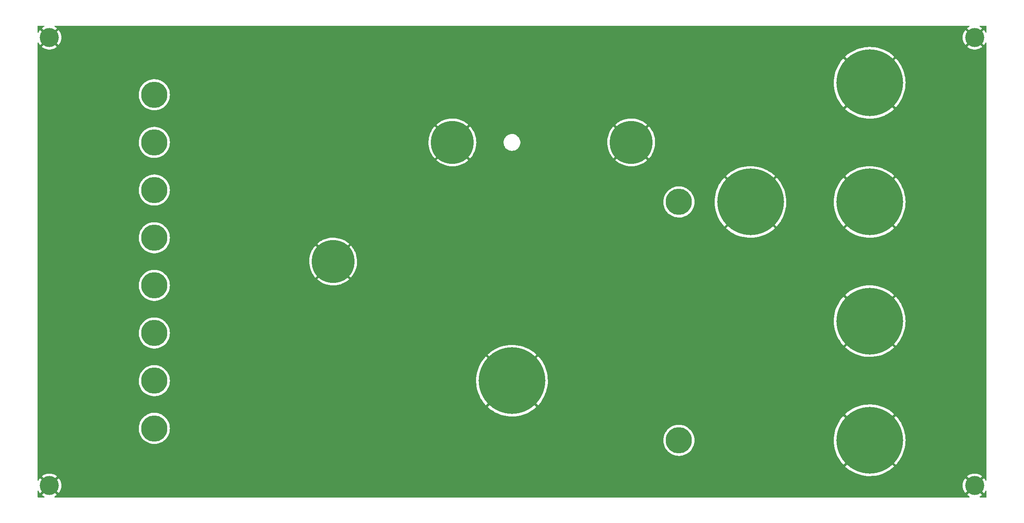
<source format=gbr>
G04 #@! TF.GenerationSoftware,KiCad,Pcbnew,(6.0.5)*
G04 #@! TF.CreationDate,2022-07-13T23:43:23-05:00*
G04 #@! TF.ProjectId,TuringPanel,54757269-6e67-4506-916e-656c2e6b6963,rev?*
G04 #@! TF.SameCoordinates,Original*
G04 #@! TF.FileFunction,Copper,L1,Top*
G04 #@! TF.FilePolarity,Positive*
%FSLAX46Y46*%
G04 Gerber Fmt 4.6, Leading zero omitted, Abs format (unit mm)*
G04 Created by KiCad (PCBNEW (6.0.5)) date 2022-07-13 23:43:23*
%MOMM*%
%LPD*%
G01*
G04 APERTURE LIST*
G04 #@! TA.AperFunction,ComponentPad*
%ADD10C,4.000000*%
G04 #@! TD*
G04 #@! TA.AperFunction,ComponentPad*
%ADD11C,5.500000*%
G04 #@! TD*
G04 #@! TA.AperFunction,ComponentPad*
%ADD12C,9.000000*%
G04 #@! TD*
G04 #@! TA.AperFunction,ComponentPad*
%ADD13C,14.000000*%
G04 #@! TD*
G04 APERTURE END LIST*
D10*
X232000000Y-48000000D03*
D11*
X170000000Y-132500000D03*
D12*
X97500000Y-95000000D03*
D13*
X210000000Y-107500000D03*
D11*
X60000000Y-120000000D03*
X60000000Y-70000000D03*
D13*
X135000000Y-120000000D03*
D12*
X122500000Y-70000000D03*
D13*
X210000000Y-82500000D03*
D11*
X60000000Y-130000000D03*
D13*
X210000000Y-57500000D03*
D11*
X60000000Y-60000000D03*
D10*
X38000000Y-48000000D03*
D11*
X60000000Y-90000000D03*
D10*
X38000000Y-142000000D03*
D11*
X60000000Y-100000000D03*
D13*
X210000000Y-132500000D03*
D10*
X232000000Y-142000000D03*
D13*
X185000000Y-82500000D03*
D11*
X170000000Y-82500000D03*
D12*
X160000000Y-70000000D03*
D11*
X60000000Y-80000000D03*
X60000000Y-110000000D03*
G04 #@! TA.AperFunction,Conductor*
G36*
X36903424Y-45528502D02*
G01*
X36949917Y-45582158D01*
X36960021Y-45652432D01*
X36930527Y-45717012D01*
X36896004Y-45744915D01*
X36656961Y-45876330D01*
X36650281Y-45880570D01*
X36427177Y-46042664D01*
X36418754Y-46053587D01*
X36425658Y-46066448D01*
X37987188Y-47627978D01*
X38001132Y-47635592D01*
X38002965Y-47635461D01*
X38009580Y-47631210D01*
X39574666Y-46066124D01*
X39581279Y-46054013D01*
X39572452Y-46042395D01*
X39349719Y-45880570D01*
X39343039Y-45876330D01*
X39103996Y-45744915D01*
X39053937Y-45694569D01*
X39039044Y-45625152D01*
X39064045Y-45558703D01*
X39121002Y-45516319D01*
X39164697Y-45508500D01*
X230835303Y-45508500D01*
X230903424Y-45528502D01*
X230949917Y-45582158D01*
X230960021Y-45652432D01*
X230930527Y-45717012D01*
X230896004Y-45744915D01*
X230656961Y-45876330D01*
X230650281Y-45880570D01*
X230427177Y-46042664D01*
X230418754Y-46053587D01*
X230425658Y-46066448D01*
X231987188Y-47627978D01*
X232001132Y-47635592D01*
X232002965Y-47635461D01*
X232009580Y-47631210D01*
X233574666Y-46066124D01*
X233581279Y-46054013D01*
X233572452Y-46042395D01*
X233349719Y-45880570D01*
X233343039Y-45876330D01*
X233103996Y-45744915D01*
X233053937Y-45694569D01*
X233039044Y-45625152D01*
X233064045Y-45558703D01*
X233121002Y-45516319D01*
X233164697Y-45508500D01*
X234365500Y-45508500D01*
X234433621Y-45528502D01*
X234480114Y-45582158D01*
X234491500Y-45634500D01*
X234491500Y-46840640D01*
X234471498Y-46908761D01*
X234417842Y-46955254D01*
X234347568Y-46965358D01*
X234282988Y-46935864D01*
X234251492Y-46894288D01*
X234203810Y-46792959D01*
X234199999Y-46786026D01*
X234035149Y-46526264D01*
X234030505Y-46519871D01*
X233955503Y-46429210D01*
X233942986Y-46420755D01*
X233932248Y-46426962D01*
X232372022Y-47987188D01*
X232364408Y-48001132D01*
X232364539Y-48002965D01*
X232368790Y-48009580D01*
X233931145Y-49571935D01*
X233944407Y-49579177D01*
X233954512Y-49571988D01*
X234030505Y-49480129D01*
X234035149Y-49473736D01*
X234199999Y-49213974D01*
X234203810Y-49207041D01*
X234251492Y-49105712D01*
X234298594Y-49052591D01*
X234366939Y-49033368D01*
X234434827Y-49054147D01*
X234480704Y-49108330D01*
X234491500Y-49159360D01*
X234491500Y-140840640D01*
X234471498Y-140908761D01*
X234417842Y-140955254D01*
X234347568Y-140965358D01*
X234282988Y-140935864D01*
X234251492Y-140894288D01*
X234203810Y-140792959D01*
X234199999Y-140786026D01*
X234035149Y-140526264D01*
X234030505Y-140519871D01*
X233955503Y-140429210D01*
X233942986Y-140420755D01*
X233932248Y-140426962D01*
X232372022Y-141987188D01*
X232364408Y-142001132D01*
X232364539Y-142002965D01*
X232368790Y-142009580D01*
X233931145Y-143571935D01*
X233944407Y-143579177D01*
X233954512Y-143571988D01*
X234030505Y-143480129D01*
X234035149Y-143473736D01*
X234199999Y-143213974D01*
X234203810Y-143207041D01*
X234251492Y-143105712D01*
X234298594Y-143052591D01*
X234366939Y-143033368D01*
X234434827Y-143054147D01*
X234480704Y-143108330D01*
X234491500Y-143159360D01*
X234491500Y-144365500D01*
X234471498Y-144433621D01*
X234417842Y-144480114D01*
X234365500Y-144491500D01*
X233164697Y-144491500D01*
X233096576Y-144471498D01*
X233050083Y-144417842D01*
X233039979Y-144347568D01*
X233069473Y-144282988D01*
X233103996Y-144255085D01*
X233343039Y-144123670D01*
X233349719Y-144119430D01*
X233572823Y-143957336D01*
X233581246Y-143946413D01*
X233574342Y-143933552D01*
X232012812Y-142372022D01*
X231998868Y-142364408D01*
X231997035Y-142364539D01*
X231990420Y-142368790D01*
X230425334Y-143933876D01*
X230418721Y-143945987D01*
X230427548Y-143957605D01*
X230650281Y-144119430D01*
X230656961Y-144123670D01*
X230896004Y-144255085D01*
X230946063Y-144305431D01*
X230960956Y-144374848D01*
X230935955Y-144441297D01*
X230878998Y-144483681D01*
X230835303Y-144491500D01*
X39164697Y-144491500D01*
X39096576Y-144471498D01*
X39050083Y-144417842D01*
X39039979Y-144347568D01*
X39069473Y-144282988D01*
X39103996Y-144255085D01*
X39343039Y-144123670D01*
X39349719Y-144119430D01*
X39572823Y-143957336D01*
X39581246Y-143946413D01*
X39574342Y-143933552D01*
X38012812Y-142372022D01*
X37998868Y-142364408D01*
X37997035Y-142364539D01*
X37990420Y-142368790D01*
X36425334Y-143933876D01*
X36418721Y-143945987D01*
X36427548Y-143957605D01*
X36650281Y-144119430D01*
X36656961Y-144123670D01*
X36896004Y-144255085D01*
X36946063Y-144305431D01*
X36960956Y-144374848D01*
X36935955Y-144441297D01*
X36878998Y-144483681D01*
X36835303Y-144491500D01*
X35634500Y-144491500D01*
X35566379Y-144471498D01*
X35519886Y-144417842D01*
X35508500Y-144365500D01*
X35508500Y-143159360D01*
X35528502Y-143091239D01*
X35582158Y-143044746D01*
X35652432Y-143034642D01*
X35717012Y-143064136D01*
X35748508Y-143105712D01*
X35796190Y-143207041D01*
X35800001Y-143213974D01*
X35964851Y-143473736D01*
X35969495Y-143480129D01*
X36044497Y-143570790D01*
X36057014Y-143579245D01*
X36067752Y-143573038D01*
X37627978Y-142012812D01*
X37634356Y-142001132D01*
X38364408Y-142001132D01*
X38364539Y-142002965D01*
X38368790Y-142009580D01*
X39931145Y-143571935D01*
X39944407Y-143579177D01*
X39954512Y-143571988D01*
X40030505Y-143480129D01*
X40035149Y-143473736D01*
X40199999Y-143213974D01*
X40203811Y-143207041D01*
X40334801Y-142928672D01*
X40337716Y-142921309D01*
X40432783Y-142628723D01*
X40434754Y-142621046D01*
X40492400Y-142318855D01*
X40493393Y-142310994D01*
X40512710Y-142003958D01*
X229487290Y-142003958D01*
X229506607Y-142310994D01*
X229507600Y-142318855D01*
X229565246Y-142621046D01*
X229567217Y-142628723D01*
X229662284Y-142921309D01*
X229665199Y-142928672D01*
X229796189Y-143207041D01*
X229800001Y-143213974D01*
X229964851Y-143473736D01*
X229969495Y-143480129D01*
X230044497Y-143570790D01*
X230057014Y-143579245D01*
X230067752Y-143573038D01*
X231627978Y-142012812D01*
X231635592Y-141998868D01*
X231635461Y-141997035D01*
X231631210Y-141990420D01*
X230068855Y-140428065D01*
X230055593Y-140420823D01*
X230045488Y-140428012D01*
X229969495Y-140519871D01*
X229964851Y-140526264D01*
X229800001Y-140786026D01*
X229796189Y-140792959D01*
X229665199Y-141071328D01*
X229662284Y-141078691D01*
X229567217Y-141371277D01*
X229565246Y-141378954D01*
X229507600Y-141681145D01*
X229506607Y-141689006D01*
X229487290Y-141996042D01*
X229487290Y-142003958D01*
X40512710Y-142003958D01*
X40512710Y-141996042D01*
X40493393Y-141689006D01*
X40492400Y-141681145D01*
X40434754Y-141378954D01*
X40432783Y-141371277D01*
X40337716Y-141078691D01*
X40334801Y-141071328D01*
X40203811Y-140792959D01*
X40199999Y-140786026D01*
X40035149Y-140526264D01*
X40030505Y-140519871D01*
X39955503Y-140429210D01*
X39942986Y-140420755D01*
X39932248Y-140426962D01*
X38372022Y-141987188D01*
X38364408Y-142001132D01*
X37634356Y-142001132D01*
X37635592Y-141998868D01*
X37635461Y-141997035D01*
X37631210Y-141990420D01*
X36068855Y-140428065D01*
X36055593Y-140420823D01*
X36045488Y-140428012D01*
X35969495Y-140519871D01*
X35964851Y-140526264D01*
X35800001Y-140786026D01*
X35796190Y-140792959D01*
X35748508Y-140894288D01*
X35701406Y-140947409D01*
X35633061Y-140966632D01*
X35565173Y-140945853D01*
X35519296Y-140891670D01*
X35508500Y-140840640D01*
X35508500Y-140053587D01*
X36418754Y-140053587D01*
X36425658Y-140066448D01*
X37987188Y-141627978D01*
X38001132Y-141635592D01*
X38002965Y-141635461D01*
X38009580Y-141631210D01*
X39574666Y-140066124D01*
X39581279Y-140054013D01*
X39580955Y-140053587D01*
X230418754Y-140053587D01*
X230425658Y-140066448D01*
X231987188Y-141627978D01*
X232001132Y-141635592D01*
X232002965Y-141635461D01*
X232009580Y-141631210D01*
X233574666Y-140066124D01*
X233581279Y-140054013D01*
X233572452Y-140042395D01*
X233349719Y-139880570D01*
X233343039Y-139876330D01*
X233073428Y-139728110D01*
X233066293Y-139724753D01*
X232780230Y-139611492D01*
X232772704Y-139609047D01*
X232474721Y-139532538D01*
X232466950Y-139531055D01*
X232161722Y-139492497D01*
X232153831Y-139492000D01*
X231846169Y-139492000D01*
X231838278Y-139492497D01*
X231533050Y-139531055D01*
X231525279Y-139532538D01*
X231227296Y-139609047D01*
X231219770Y-139611492D01*
X230933707Y-139724753D01*
X230926572Y-139728110D01*
X230656961Y-139876330D01*
X230650281Y-139880570D01*
X230427177Y-140042664D01*
X230418754Y-140053587D01*
X39580955Y-140053587D01*
X39572452Y-140042395D01*
X39349719Y-139880570D01*
X39343039Y-139876330D01*
X39073428Y-139728110D01*
X39066293Y-139724753D01*
X38780230Y-139611492D01*
X38772704Y-139609047D01*
X38474721Y-139532538D01*
X38466950Y-139531055D01*
X38161722Y-139492497D01*
X38153831Y-139492000D01*
X37846169Y-139492000D01*
X37838278Y-139492497D01*
X37533050Y-139531055D01*
X37525279Y-139532538D01*
X37227296Y-139609047D01*
X37219770Y-139611492D01*
X36933707Y-139724753D01*
X36926572Y-139728110D01*
X36656961Y-139876330D01*
X36650281Y-139880570D01*
X36427177Y-140042664D01*
X36418754Y-140053587D01*
X35508500Y-140053587D01*
X35508500Y-137987102D01*
X204878438Y-137987102D01*
X204878462Y-137987441D01*
X204884285Y-137996073D01*
X205128991Y-138219913D01*
X205132445Y-138222852D01*
X205550430Y-138553550D01*
X205554067Y-138556222D01*
X205994618Y-138856182D01*
X205998446Y-138858593D01*
X206459337Y-139126300D01*
X206463309Y-139128421D01*
X206942148Y-139362483D01*
X206946284Y-139364325D01*
X207440627Y-139563551D01*
X207444871Y-139565087D01*
X207952218Y-139728467D01*
X207956539Y-139729689D01*
X208474254Y-139856374D01*
X208478695Y-139857294D01*
X209004141Y-139946637D01*
X209008595Y-139947232D01*
X209539106Y-139998782D01*
X209543579Y-139999056D01*
X210076427Y-140012543D01*
X210080930Y-140012496D01*
X210613352Y-139987853D01*
X210617836Y-139987485D01*
X211147152Y-139924836D01*
X211151591Y-139924149D01*
X211675087Y-139823814D01*
X211679446Y-139822815D01*
X212194414Y-139685311D01*
X212198727Y-139683992D01*
X212702525Y-139510028D01*
X212706740Y-139508402D01*
X213196805Y-139298866D01*
X213200892Y-139296943D01*
X213674731Y-139052900D01*
X213678658Y-139050696D01*
X214133828Y-138773404D01*
X214137624Y-138770901D01*
X214571786Y-138461788D01*
X214575372Y-138459036D01*
X214986362Y-138119640D01*
X214989705Y-138116672D01*
X215113630Y-137998453D01*
X215121568Y-137984695D01*
X215121518Y-137983649D01*
X215116625Y-137975835D01*
X210012812Y-132872022D01*
X209998868Y-132864408D01*
X209997035Y-132864539D01*
X209990420Y-132868790D01*
X204886052Y-137973158D01*
X204878438Y-137987102D01*
X35508500Y-137987102D01*
X35508500Y-129988609D01*
X56736734Y-129988609D01*
X56754591Y-130341106D01*
X56755128Y-130344461D01*
X56755129Y-130344467D01*
X56782501Y-130515355D01*
X56810412Y-130689613D01*
X56903546Y-131030053D01*
X57032903Y-131358443D01*
X57034486Y-131361458D01*
X57195384Y-131667926D01*
X57195389Y-131667934D01*
X57196968Y-131670942D01*
X57198862Y-131673760D01*
X57198867Y-131673769D01*
X57385544Y-131951573D01*
X57393824Y-131963895D01*
X57621167Y-132233873D01*
X57623627Y-132236224D01*
X57623630Y-132236227D01*
X57873875Y-132475366D01*
X57873882Y-132475372D01*
X57876338Y-132477719D01*
X58156351Y-132692581D01*
X58159269Y-132694355D01*
X58455017Y-132874173D01*
X58455022Y-132874176D01*
X58457932Y-132875945D01*
X58461020Y-132877391D01*
X58461019Y-132877391D01*
X58774468Y-133024222D01*
X58774478Y-133024226D01*
X58777552Y-133025666D01*
X58780770Y-133026768D01*
X58780773Y-133026769D01*
X59108241Y-133138887D01*
X59108245Y-133138888D01*
X59111472Y-133139993D01*
X59114802Y-133140743D01*
X59114811Y-133140746D01*
X59346249Y-133192902D01*
X59455786Y-133217587D01*
X59459171Y-133217973D01*
X59459179Y-133217974D01*
X59803083Y-133257157D01*
X59803091Y-133257157D01*
X59806466Y-133257542D01*
X59809870Y-133257560D01*
X59809873Y-133257560D01*
X60001627Y-133258564D01*
X60159411Y-133259390D01*
X60162797Y-133259040D01*
X60162799Y-133259040D01*
X60507098Y-133223461D01*
X60507107Y-133223460D01*
X60510490Y-133223110D01*
X60513823Y-133222396D01*
X60513826Y-133222395D01*
X60683692Y-133185979D01*
X60855598Y-133149125D01*
X61190697Y-133038301D01*
X61511867Y-132891936D01*
X61605405Y-132836397D01*
X61812407Y-132713489D01*
X61812412Y-132713486D01*
X61815352Y-132711740D01*
X61840870Y-132692581D01*
X62094867Y-132501874D01*
X62097600Y-132499822D01*
X62109582Y-132488609D01*
X166736734Y-132488609D01*
X166736906Y-132492004D01*
X166736906Y-132492005D01*
X166748126Y-132713489D01*
X166754591Y-132841106D01*
X166755128Y-132844461D01*
X166755129Y-132844467D01*
X166769553Y-132934517D01*
X166810412Y-133189613D01*
X166903546Y-133530053D01*
X167032903Y-133858443D01*
X167034486Y-133861458D01*
X167195384Y-134167926D01*
X167195389Y-134167934D01*
X167196968Y-134170942D01*
X167198862Y-134173760D01*
X167198867Y-134173769D01*
X167218518Y-134203012D01*
X167393824Y-134463895D01*
X167621167Y-134733873D01*
X167623627Y-134736224D01*
X167623630Y-134736227D01*
X167873875Y-134975366D01*
X167873882Y-134975372D01*
X167876338Y-134977719D01*
X168156351Y-135192581D01*
X168159269Y-135194355D01*
X168455017Y-135374173D01*
X168455022Y-135374176D01*
X168457932Y-135375945D01*
X168461020Y-135377391D01*
X168461019Y-135377391D01*
X168774468Y-135524222D01*
X168774478Y-135524226D01*
X168777552Y-135525666D01*
X168780770Y-135526768D01*
X168780773Y-135526769D01*
X169108241Y-135638887D01*
X169108245Y-135638888D01*
X169111472Y-135639993D01*
X169114802Y-135640743D01*
X169114811Y-135640746D01*
X169358164Y-135695587D01*
X169455786Y-135717587D01*
X169459171Y-135717973D01*
X169459179Y-135717974D01*
X169803083Y-135757157D01*
X169803091Y-135757157D01*
X169806466Y-135757542D01*
X169809870Y-135757560D01*
X169809873Y-135757560D01*
X170001627Y-135758564D01*
X170159411Y-135759390D01*
X170162797Y-135759040D01*
X170162799Y-135759040D01*
X170507098Y-135723461D01*
X170507107Y-135723460D01*
X170510490Y-135723110D01*
X170513823Y-135722396D01*
X170513826Y-135722395D01*
X170743863Y-135673079D01*
X170855598Y-135649125D01*
X171190697Y-135538301D01*
X171511867Y-135391936D01*
X171605405Y-135336397D01*
X171812407Y-135213489D01*
X171812412Y-135213486D01*
X171815352Y-135211740D01*
X171840870Y-135192581D01*
X172094867Y-135001874D01*
X172097600Y-134999822D01*
X172355310Y-134758661D01*
X172585468Y-134491078D01*
X172785380Y-134200203D01*
X172786992Y-134197209D01*
X172786997Y-134197201D01*
X172951087Y-133892452D01*
X172952709Y-133889440D01*
X173085498Y-133562422D01*
X173093816Y-133533223D01*
X173171918Y-133259040D01*
X173182191Y-133222976D01*
X173241659Y-132875073D01*
X173242044Y-132868790D01*
X173261529Y-132550201D01*
X202487236Y-132550201D01*
X202487267Y-132554699D01*
X202510052Y-133087215D01*
X202510404Y-133091696D01*
X202571206Y-133621240D01*
X202571874Y-133625659D01*
X202670381Y-134149497D01*
X202671370Y-134153884D01*
X202807070Y-134669308D01*
X202808381Y-134673648D01*
X202980581Y-135178039D01*
X202982188Y-135182249D01*
X203190028Y-135673079D01*
X203191917Y-135677129D01*
X203434314Y-136151836D01*
X203436507Y-136155776D01*
X203712217Y-136611925D01*
X203714678Y-136615685D01*
X204022290Y-137050947D01*
X204025036Y-137054552D01*
X204362987Y-137466712D01*
X204365944Y-137470066D01*
X204501751Y-137613428D01*
X204515482Y-137621415D01*
X204516410Y-137621374D01*
X204524399Y-137616391D01*
X209627978Y-132512812D01*
X209634356Y-132501132D01*
X210364408Y-132501132D01*
X210364539Y-132502965D01*
X210368790Y-132509580D01*
X215473389Y-137614179D01*
X215487333Y-137621793D01*
X215487556Y-137621778D01*
X215496338Y-137615831D01*
X215736905Y-137350987D01*
X215739793Y-137347570D01*
X216069044Y-136928414D01*
X216071701Y-136924771D01*
X216370130Y-136483164D01*
X216372526Y-136479329D01*
X216638617Y-136017514D01*
X216640726Y-136013531D01*
X216873116Y-135533878D01*
X216874941Y-135529741D01*
X217072446Y-135034690D01*
X217073961Y-135030460D01*
X217235567Y-134522549D01*
X217236781Y-134518202D01*
X217361661Y-134000034D01*
X217362555Y-133995638D01*
X217450064Y-133469885D01*
X217450649Y-133465380D01*
X217500363Y-132934517D01*
X217500613Y-132930439D01*
X217512954Y-132502024D01*
X217512939Y-132497967D01*
X217493866Y-131965096D01*
X217493544Y-131960601D01*
X217436442Y-131430662D01*
X217435800Y-131426211D01*
X217340955Y-130901710D01*
X217339999Y-130897327D01*
X217207892Y-130380933D01*
X217206630Y-130376645D01*
X217037938Y-129871015D01*
X217036370Y-129866818D01*
X216831966Y-129374558D01*
X216830088Y-129370456D01*
X216591023Y-128894094D01*
X216588855Y-128890133D01*
X216316347Y-128432090D01*
X216313891Y-128428279D01*
X216009331Y-127990890D01*
X216006624Y-127987284D01*
X215671552Y-127572765D01*
X215668609Y-127569380D01*
X215498034Y-127386780D01*
X215484361Y-127378698D01*
X215483667Y-127378724D01*
X215475320Y-127383890D01*
X210372022Y-132487188D01*
X210364408Y-132501132D01*
X209634356Y-132501132D01*
X209635592Y-132498868D01*
X209635461Y-132497035D01*
X209631210Y-132490420D01*
X204527007Y-127386217D01*
X204513063Y-127378603D01*
X204512606Y-127378635D01*
X204504130Y-127384332D01*
X204297104Y-127609077D01*
X204294190Y-127612477D01*
X203962015Y-128029331D01*
X203959344Y-128032941D01*
X203657831Y-128472465D01*
X203655409Y-128476283D01*
X203386107Y-128936216D01*
X203383964Y-128940196D01*
X203148233Y-129418211D01*
X203146376Y-129422343D01*
X202945427Y-129915984D01*
X202943874Y-129920230D01*
X202778729Y-130426984D01*
X202777484Y-130431326D01*
X202648991Y-130948608D01*
X202648067Y-130952991D01*
X202556885Y-131478152D01*
X202556274Y-131482609D01*
X202502873Y-132012930D01*
X202502583Y-132017413D01*
X202487236Y-132550201D01*
X173261529Y-132550201D01*
X173263096Y-132524580D01*
X173263206Y-132522782D01*
X173263279Y-132502024D01*
X173263280Y-132501819D01*
X173263280Y-132501806D01*
X173263286Y-132500000D01*
X173244199Y-132147567D01*
X173187161Y-131799257D01*
X173092839Y-131459145D01*
X173089849Y-131451630D01*
X172963597Y-131134372D01*
X172962338Y-131131208D01*
X172797182Y-130819283D01*
X172790579Y-130809530D01*
X172601211Y-130529834D01*
X172601204Y-130529825D01*
X172599305Y-130527020D01*
X172597109Y-130524430D01*
X172597104Y-130524424D01*
X172473283Y-130378420D01*
X172371021Y-130257837D01*
X172115001Y-130014883D01*
X172112294Y-130012821D01*
X172112286Y-130012814D01*
X171926147Y-129871015D01*
X171834239Y-129801000D01*
X171532020Y-129618689D01*
X171528930Y-129617255D01*
X171528925Y-129617252D01*
X171371949Y-129544387D01*
X171211879Y-129470085D01*
X171208654Y-129468993D01*
X171208648Y-129468991D01*
X170880798Y-129358020D01*
X170880793Y-129358018D01*
X170877562Y-129356925D01*
X170863832Y-129353881D01*
X170794730Y-129338562D01*
X170532979Y-129280533D01*
X170408353Y-129266774D01*
X170185543Y-129242175D01*
X170185538Y-129242175D01*
X170182162Y-129241802D01*
X170178763Y-129241796D01*
X170178762Y-129241796D01*
X170012289Y-129241506D01*
X169829213Y-129241186D01*
X169698206Y-129255187D01*
X169481646Y-129278330D01*
X169481640Y-129278331D01*
X169478262Y-129278692D01*
X169133414Y-129353881D01*
X168798704Y-129465873D01*
X168478047Y-129613359D01*
X168175194Y-129794613D01*
X167893687Y-130007515D01*
X167636820Y-130249574D01*
X167407598Y-130517959D01*
X167208702Y-130809530D01*
X167201886Y-130822295D01*
X167071987Y-131065574D01*
X167042458Y-131120876D01*
X167041183Y-131124048D01*
X167041181Y-131124052D01*
X166917926Y-131430662D01*
X166910813Y-131448355D01*
X166909894Y-131451623D01*
X166909892Y-131451630D01*
X166840021Y-131700203D01*
X166815304Y-131788136D01*
X166814743Y-131791489D01*
X166814742Y-131791493D01*
X166757614Y-132132880D01*
X166757051Y-132136245D01*
X166736734Y-132488609D01*
X62109582Y-132488609D01*
X62355310Y-132258661D01*
X62585468Y-131991078D01*
X62785380Y-131700203D01*
X62786992Y-131697209D01*
X62786997Y-131697201D01*
X62915177Y-131459145D01*
X62952709Y-131389440D01*
X63085498Y-131062422D01*
X63093816Y-131033223D01*
X63181257Y-130726254D01*
X63182191Y-130722976D01*
X63241659Y-130375073D01*
X63243945Y-130337711D01*
X63263096Y-130024580D01*
X63263206Y-130022782D01*
X63263286Y-130000000D01*
X63244199Y-129647567D01*
X63187161Y-129299257D01*
X63092839Y-128959145D01*
X63089849Y-128951630D01*
X62963597Y-128634372D01*
X62962338Y-128631208D01*
X62856910Y-128432090D01*
X62798777Y-128322295D01*
X62798775Y-128322292D01*
X62797182Y-128319283D01*
X62790579Y-128309530D01*
X62601211Y-128029834D01*
X62601204Y-128029825D01*
X62599305Y-128027020D01*
X62597109Y-128024430D01*
X62597104Y-128024424D01*
X62508715Y-127920201D01*
X62371021Y-127757837D01*
X62115001Y-127514883D01*
X62112294Y-127512821D01*
X62112286Y-127512814D01*
X61953809Y-127392088D01*
X61834239Y-127301000D01*
X61532020Y-127118689D01*
X61528930Y-127117255D01*
X61528925Y-127117252D01*
X61311665Y-127016404D01*
X61211879Y-126970085D01*
X61208654Y-126968993D01*
X61208648Y-126968991D01*
X60880798Y-126858020D01*
X60880793Y-126858018D01*
X60877562Y-126856925D01*
X60863832Y-126853881D01*
X60794730Y-126838562D01*
X60532979Y-126780533D01*
X60408353Y-126766774D01*
X60185543Y-126742175D01*
X60185538Y-126742175D01*
X60182162Y-126741802D01*
X60178763Y-126741796D01*
X60178762Y-126741796D01*
X60012289Y-126741506D01*
X59829213Y-126741186D01*
X59698206Y-126755187D01*
X59481646Y-126778330D01*
X59481640Y-126778331D01*
X59478262Y-126778692D01*
X59133414Y-126853881D01*
X58798704Y-126965873D01*
X58795611Y-126967295D01*
X58795610Y-126967296D01*
X58688842Y-127016404D01*
X58478047Y-127113359D01*
X58175194Y-127294613D01*
X57893687Y-127507515D01*
X57636820Y-127749574D01*
X57407598Y-128017959D01*
X57405670Y-128020786D01*
X57405668Y-128020788D01*
X57399497Y-128029834D01*
X57208702Y-128309530D01*
X57042458Y-128620876D01*
X57041183Y-128624048D01*
X57041181Y-128624052D01*
X56932626Y-128894094D01*
X56910813Y-128948355D01*
X56909894Y-128951623D01*
X56909892Y-128951630D01*
X56816225Y-129284858D01*
X56815304Y-129288136D01*
X56814743Y-129291489D01*
X56814742Y-129291493D01*
X56785742Y-129464793D01*
X56757051Y-129636245D01*
X56736734Y-129988609D01*
X35508500Y-129988609D01*
X35508500Y-125487102D01*
X129878438Y-125487102D01*
X129878462Y-125487441D01*
X129884285Y-125496073D01*
X130128991Y-125719913D01*
X130132445Y-125722852D01*
X130550430Y-126053550D01*
X130554067Y-126056222D01*
X130994618Y-126356182D01*
X130998446Y-126358593D01*
X131459337Y-126626300D01*
X131463309Y-126628421D01*
X131942148Y-126862483D01*
X131946284Y-126864325D01*
X132440627Y-127063551D01*
X132444871Y-127065087D01*
X132952218Y-127228467D01*
X132956539Y-127229689D01*
X133474254Y-127356374D01*
X133478695Y-127357294D01*
X134004141Y-127446637D01*
X134008595Y-127447232D01*
X134539106Y-127498782D01*
X134543579Y-127499056D01*
X135076427Y-127512543D01*
X135080930Y-127512496D01*
X135613352Y-127487853D01*
X135617836Y-127487485D01*
X136147152Y-127424836D01*
X136151591Y-127424149D01*
X136675087Y-127323814D01*
X136679446Y-127322815D01*
X137194414Y-127185311D01*
X137198727Y-127183992D01*
X137686415Y-127015591D01*
X204878674Y-127015591D01*
X204878707Y-127016404D01*
X204883783Y-127024573D01*
X209987188Y-132127978D01*
X210001132Y-132135592D01*
X210002965Y-132135461D01*
X210009580Y-132131210D01*
X215113682Y-127027108D01*
X215121296Y-127013164D01*
X215121255Y-127012590D01*
X215115684Y-127004268D01*
X214910818Y-126814228D01*
X214907387Y-126811267D01*
X214491729Y-126477666D01*
X214488115Y-126474972D01*
X214049654Y-126171933D01*
X214045835Y-126169490D01*
X213586846Y-125898585D01*
X213582877Y-125896430D01*
X213105679Y-125659028D01*
X213101575Y-125657166D01*
X212608610Y-125454483D01*
X212604395Y-125452924D01*
X212098199Y-125286006D01*
X212093883Y-125284752D01*
X211577042Y-125154451D01*
X211572665Y-125153513D01*
X211047822Y-125060496D01*
X211043365Y-125059870D01*
X210513241Y-125004620D01*
X210508747Y-125004313D01*
X209976027Y-124987107D01*
X209971530Y-124987122D01*
X209438927Y-125008048D01*
X209434451Y-125008384D01*
X208904713Y-125067336D01*
X208900261Y-125067994D01*
X208376106Y-125164667D01*
X208371701Y-125165643D01*
X207855801Y-125299545D01*
X207851490Y-125300830D01*
X207346471Y-125471278D01*
X207342259Y-125472870D01*
X206850723Y-125678988D01*
X206846647Y-125680871D01*
X206371109Y-125921605D01*
X206367158Y-125923786D01*
X205910063Y-126197893D01*
X205906267Y-126200358D01*
X205469930Y-126506452D01*
X205466347Y-126509162D01*
X205053007Y-126845674D01*
X205049617Y-126848642D01*
X204886708Y-127001891D01*
X204878674Y-127015591D01*
X137686415Y-127015591D01*
X137702525Y-127010028D01*
X137706740Y-127008402D01*
X138196805Y-126798866D01*
X138200892Y-126796943D01*
X138674731Y-126552900D01*
X138678658Y-126550696D01*
X139133828Y-126273404D01*
X139137624Y-126270901D01*
X139571786Y-125961788D01*
X139575372Y-125959036D01*
X139986362Y-125619640D01*
X139989705Y-125616672D01*
X140113630Y-125498453D01*
X140121568Y-125484695D01*
X140121518Y-125483649D01*
X140116625Y-125475835D01*
X135012812Y-120372022D01*
X134998868Y-120364408D01*
X134997035Y-120364539D01*
X134990420Y-120368790D01*
X129886052Y-125473158D01*
X129878438Y-125487102D01*
X35508500Y-125487102D01*
X35508500Y-119988609D01*
X56736734Y-119988609D01*
X56736906Y-119992004D01*
X56736906Y-119992005D01*
X56738465Y-120022782D01*
X56754591Y-120341106D01*
X56755128Y-120344461D01*
X56755129Y-120344467D01*
X56769553Y-120434517D01*
X56810412Y-120689613D01*
X56903546Y-121030053D01*
X57032903Y-121358443D01*
X57034486Y-121361458D01*
X57195384Y-121667926D01*
X57195389Y-121667934D01*
X57196968Y-121670942D01*
X57198862Y-121673760D01*
X57198867Y-121673769D01*
X57218518Y-121703012D01*
X57393824Y-121963895D01*
X57621167Y-122233873D01*
X57623627Y-122236224D01*
X57623630Y-122236227D01*
X57873875Y-122475366D01*
X57873882Y-122475372D01*
X57876338Y-122477719D01*
X58156351Y-122692581D01*
X58159269Y-122694355D01*
X58455017Y-122874173D01*
X58455022Y-122874176D01*
X58457932Y-122875945D01*
X58461020Y-122877391D01*
X58461019Y-122877391D01*
X58774468Y-123024222D01*
X58774478Y-123024226D01*
X58777552Y-123025666D01*
X58780770Y-123026768D01*
X58780773Y-123026769D01*
X59108241Y-123138887D01*
X59108245Y-123138888D01*
X59111472Y-123139993D01*
X59114802Y-123140743D01*
X59114811Y-123140746D01*
X59358164Y-123195587D01*
X59455786Y-123217587D01*
X59459171Y-123217973D01*
X59459179Y-123217974D01*
X59803083Y-123257157D01*
X59803091Y-123257157D01*
X59806466Y-123257542D01*
X59809870Y-123257560D01*
X59809873Y-123257560D01*
X60001627Y-123258564D01*
X60159411Y-123259390D01*
X60162797Y-123259040D01*
X60162799Y-123259040D01*
X60507098Y-123223461D01*
X60507107Y-123223460D01*
X60510490Y-123223110D01*
X60513823Y-123222396D01*
X60513826Y-123222395D01*
X60743863Y-123173079D01*
X60855598Y-123149125D01*
X61190697Y-123038301D01*
X61511867Y-122891936D01*
X61605405Y-122836397D01*
X61812407Y-122713489D01*
X61812412Y-122713486D01*
X61815352Y-122711740D01*
X61840870Y-122692581D01*
X62094867Y-122501874D01*
X62097600Y-122499822D01*
X62355310Y-122258661D01*
X62585468Y-121991078D01*
X62785380Y-121700203D01*
X62786992Y-121697209D01*
X62786997Y-121697201D01*
X62951087Y-121392452D01*
X62952709Y-121389440D01*
X63085498Y-121062422D01*
X63093816Y-121033223D01*
X63181257Y-120726254D01*
X63182191Y-120722976D01*
X63241659Y-120375073D01*
X63242044Y-120368790D01*
X63261529Y-120050201D01*
X127487236Y-120050201D01*
X127487267Y-120054699D01*
X127510052Y-120587215D01*
X127510404Y-120591696D01*
X127571206Y-121121240D01*
X127571874Y-121125659D01*
X127670381Y-121649497D01*
X127671370Y-121653884D01*
X127807070Y-122169308D01*
X127808381Y-122173648D01*
X127980581Y-122678039D01*
X127982188Y-122682249D01*
X128190028Y-123173079D01*
X128191917Y-123177129D01*
X128434314Y-123651836D01*
X128436507Y-123655776D01*
X128712217Y-124111925D01*
X128714678Y-124115685D01*
X129022290Y-124550947D01*
X129025036Y-124554552D01*
X129362987Y-124966712D01*
X129365944Y-124970066D01*
X129501751Y-125113428D01*
X129515482Y-125121415D01*
X129516410Y-125121374D01*
X129524399Y-125116391D01*
X134627978Y-120012812D01*
X134634356Y-120001132D01*
X135364408Y-120001132D01*
X135364539Y-120002965D01*
X135368790Y-120009580D01*
X140473389Y-125114179D01*
X140487333Y-125121793D01*
X140487556Y-125121778D01*
X140496338Y-125115831D01*
X140736905Y-124850987D01*
X140739793Y-124847570D01*
X141069044Y-124428414D01*
X141071701Y-124424771D01*
X141370130Y-123983164D01*
X141372526Y-123979329D01*
X141638617Y-123517514D01*
X141640726Y-123513531D01*
X141873116Y-123033878D01*
X141874941Y-123029741D01*
X142072446Y-122534690D01*
X142073961Y-122530460D01*
X142235567Y-122022549D01*
X142236781Y-122018202D01*
X142361661Y-121500034D01*
X142362555Y-121495638D01*
X142450064Y-120969885D01*
X142450649Y-120965380D01*
X142500363Y-120434517D01*
X142500613Y-120430439D01*
X142512954Y-120002024D01*
X142512939Y-119997967D01*
X142493866Y-119465096D01*
X142493544Y-119460601D01*
X142436442Y-118930662D01*
X142435800Y-118926211D01*
X142340955Y-118401710D01*
X142339999Y-118397327D01*
X142207892Y-117880933D01*
X142206630Y-117876645D01*
X142037938Y-117371015D01*
X142036370Y-117366818D01*
X141831966Y-116874558D01*
X141830088Y-116870456D01*
X141591023Y-116394094D01*
X141588855Y-116390133D01*
X141316347Y-115932090D01*
X141313891Y-115928279D01*
X141009331Y-115490890D01*
X141006624Y-115487284D01*
X140671552Y-115072765D01*
X140668609Y-115069380D01*
X140498034Y-114886780D01*
X140484361Y-114878698D01*
X140483667Y-114878724D01*
X140475320Y-114883890D01*
X135372022Y-119987188D01*
X135364408Y-120001132D01*
X134634356Y-120001132D01*
X134635592Y-119998868D01*
X134635461Y-119997035D01*
X134631210Y-119990420D01*
X129527007Y-114886217D01*
X129513063Y-114878603D01*
X129512606Y-114878635D01*
X129504130Y-114884332D01*
X129297104Y-115109077D01*
X129294190Y-115112477D01*
X128962015Y-115529331D01*
X128959344Y-115532941D01*
X128657831Y-115972465D01*
X128655409Y-115976283D01*
X128386107Y-116436216D01*
X128383964Y-116440196D01*
X128148233Y-116918211D01*
X128146376Y-116922343D01*
X127945427Y-117415984D01*
X127943874Y-117420230D01*
X127778729Y-117926984D01*
X127777484Y-117931326D01*
X127648991Y-118448608D01*
X127648067Y-118452991D01*
X127556885Y-118978152D01*
X127556274Y-118982609D01*
X127502873Y-119512930D01*
X127502583Y-119517413D01*
X127487236Y-120050201D01*
X63261529Y-120050201D01*
X63263096Y-120024580D01*
X63263206Y-120022782D01*
X63263286Y-120000000D01*
X63244199Y-119647567D01*
X63187161Y-119299257D01*
X63092839Y-118959145D01*
X63089849Y-118951630D01*
X62963597Y-118634372D01*
X62962338Y-118631208D01*
X62797182Y-118319283D01*
X62790579Y-118309530D01*
X62601211Y-118029834D01*
X62601204Y-118029825D01*
X62599305Y-118027020D01*
X62597109Y-118024430D01*
X62597104Y-118024424D01*
X62475414Y-117880933D01*
X62371021Y-117757837D01*
X62115001Y-117514883D01*
X62112294Y-117512821D01*
X62112286Y-117512814D01*
X61926147Y-117371015D01*
X61834239Y-117301000D01*
X61532020Y-117118689D01*
X61528930Y-117117255D01*
X61528925Y-117117252D01*
X61371950Y-117044387D01*
X61211879Y-116970085D01*
X61208654Y-116968993D01*
X61208648Y-116968991D01*
X60880798Y-116858020D01*
X60880793Y-116858018D01*
X60877562Y-116856925D01*
X60863832Y-116853881D01*
X60794730Y-116838562D01*
X60532979Y-116780533D01*
X60408353Y-116766774D01*
X60185543Y-116742175D01*
X60185538Y-116742175D01*
X60182162Y-116741802D01*
X60178763Y-116741796D01*
X60178762Y-116741796D01*
X60012289Y-116741506D01*
X59829213Y-116741186D01*
X59698206Y-116755187D01*
X59481646Y-116778330D01*
X59481640Y-116778331D01*
X59478262Y-116778692D01*
X59133414Y-116853881D01*
X58798704Y-116965873D01*
X58478047Y-117113359D01*
X58175194Y-117294613D01*
X57893687Y-117507515D01*
X57636820Y-117749574D01*
X57407598Y-118017959D01*
X57208702Y-118309530D01*
X57042458Y-118620876D01*
X57041183Y-118624048D01*
X57041181Y-118624052D01*
X56917926Y-118930662D01*
X56910813Y-118948355D01*
X56909894Y-118951623D01*
X56909892Y-118951630D01*
X56816225Y-119284858D01*
X56815304Y-119288136D01*
X56814743Y-119291489D01*
X56814742Y-119291493D01*
X56757614Y-119632880D01*
X56757051Y-119636245D01*
X56736734Y-119988609D01*
X35508500Y-119988609D01*
X35508500Y-114515591D01*
X129878674Y-114515591D01*
X129878707Y-114516404D01*
X129883783Y-114524573D01*
X134987188Y-119627978D01*
X135001132Y-119635592D01*
X135002965Y-119635461D01*
X135009580Y-119631210D01*
X140113682Y-114527108D01*
X140121296Y-114513164D01*
X140121255Y-114512590D01*
X140115684Y-114504268D01*
X139910818Y-114314228D01*
X139907387Y-114311267D01*
X139491729Y-113977666D01*
X139488115Y-113974972D01*
X139049654Y-113671933D01*
X139045835Y-113669490D01*
X138586846Y-113398585D01*
X138582877Y-113396430D01*
X138105679Y-113159028D01*
X138101575Y-113157166D01*
X137687946Y-112987102D01*
X204878438Y-112987102D01*
X204878462Y-112987441D01*
X204884285Y-112996073D01*
X205128991Y-113219913D01*
X205132445Y-113222852D01*
X205550430Y-113553550D01*
X205554067Y-113556222D01*
X205994618Y-113856182D01*
X205998446Y-113858593D01*
X206459337Y-114126300D01*
X206463309Y-114128421D01*
X206942148Y-114362483D01*
X206946284Y-114364325D01*
X207440627Y-114563551D01*
X207444871Y-114565087D01*
X207952218Y-114728467D01*
X207956539Y-114729689D01*
X208474254Y-114856374D01*
X208478695Y-114857294D01*
X209004141Y-114946637D01*
X209008595Y-114947232D01*
X209539106Y-114998782D01*
X209543579Y-114999056D01*
X210076427Y-115012543D01*
X210080930Y-115012496D01*
X210613352Y-114987853D01*
X210617836Y-114987485D01*
X211147152Y-114924836D01*
X211151591Y-114924149D01*
X211675087Y-114823814D01*
X211679446Y-114822815D01*
X212194414Y-114685311D01*
X212198727Y-114683992D01*
X212702525Y-114510028D01*
X212706740Y-114508402D01*
X213196805Y-114298866D01*
X213200892Y-114296943D01*
X213674731Y-114052900D01*
X213678658Y-114050696D01*
X214133828Y-113773404D01*
X214137624Y-113770901D01*
X214571786Y-113461788D01*
X214575372Y-113459036D01*
X214986362Y-113119640D01*
X214989705Y-113116672D01*
X215113630Y-112998453D01*
X215121568Y-112984695D01*
X215121518Y-112983649D01*
X215116625Y-112975835D01*
X210012812Y-107872022D01*
X209998868Y-107864408D01*
X209997035Y-107864539D01*
X209990420Y-107868790D01*
X204886052Y-112973158D01*
X204878438Y-112987102D01*
X137687946Y-112987102D01*
X137608610Y-112954483D01*
X137604395Y-112952924D01*
X137098199Y-112786006D01*
X137093883Y-112784752D01*
X136577042Y-112654451D01*
X136572665Y-112653513D01*
X136047822Y-112560496D01*
X136043365Y-112559870D01*
X135513241Y-112504620D01*
X135508747Y-112504313D01*
X134976027Y-112487107D01*
X134971530Y-112487122D01*
X134438927Y-112508048D01*
X134434451Y-112508384D01*
X133904713Y-112567336D01*
X133900261Y-112567994D01*
X133376106Y-112664667D01*
X133371701Y-112665643D01*
X132855801Y-112799545D01*
X132851490Y-112800830D01*
X132346471Y-112971278D01*
X132342259Y-112972870D01*
X131850723Y-113178988D01*
X131846647Y-113180871D01*
X131371109Y-113421605D01*
X131367158Y-113423786D01*
X130910063Y-113697893D01*
X130906267Y-113700358D01*
X130469930Y-114006452D01*
X130466347Y-114009162D01*
X130053007Y-114345674D01*
X130049617Y-114348642D01*
X129886708Y-114501891D01*
X129878674Y-114515591D01*
X35508500Y-114515591D01*
X35508500Y-109988609D01*
X56736734Y-109988609D01*
X56754591Y-110341106D01*
X56755128Y-110344461D01*
X56755129Y-110344467D01*
X56784805Y-110529741D01*
X56810412Y-110689613D01*
X56903546Y-111030053D01*
X57032903Y-111358443D01*
X57034486Y-111361458D01*
X57195384Y-111667926D01*
X57195389Y-111667934D01*
X57196968Y-111670942D01*
X57198862Y-111673760D01*
X57198867Y-111673769D01*
X57218518Y-111703012D01*
X57393824Y-111963895D01*
X57621167Y-112233873D01*
X57623627Y-112236224D01*
X57623630Y-112236227D01*
X57873875Y-112475366D01*
X57873882Y-112475372D01*
X57876338Y-112477719D01*
X58156351Y-112692581D01*
X58159269Y-112694355D01*
X58455017Y-112874173D01*
X58455022Y-112874176D01*
X58457932Y-112875945D01*
X58461020Y-112877391D01*
X58461019Y-112877391D01*
X58774468Y-113024222D01*
X58774478Y-113024226D01*
X58777552Y-113025666D01*
X58780770Y-113026768D01*
X58780773Y-113026769D01*
X59108241Y-113138887D01*
X59108245Y-113138888D01*
X59111472Y-113139993D01*
X59114802Y-113140743D01*
X59114811Y-113140746D01*
X59292863Y-113180871D01*
X59455786Y-113217587D01*
X59459171Y-113217973D01*
X59459179Y-113217974D01*
X59803083Y-113257157D01*
X59803091Y-113257157D01*
X59806466Y-113257542D01*
X59809870Y-113257560D01*
X59809873Y-113257560D01*
X60001627Y-113258564D01*
X60159411Y-113259390D01*
X60162797Y-113259040D01*
X60162799Y-113259040D01*
X60507098Y-113223461D01*
X60507107Y-113223460D01*
X60510490Y-113223110D01*
X60513823Y-113222396D01*
X60513826Y-113222395D01*
X60716300Y-113178988D01*
X60855598Y-113149125D01*
X61190697Y-113038301D01*
X61511867Y-112891936D01*
X61665307Y-112800830D01*
X61812407Y-112713489D01*
X61812412Y-112713486D01*
X61815352Y-112711740D01*
X61840870Y-112692581D01*
X62094867Y-112501874D01*
X62097600Y-112499822D01*
X62355310Y-112258661D01*
X62585468Y-111991078D01*
X62785380Y-111700203D01*
X62786992Y-111697209D01*
X62786997Y-111697201D01*
X62951087Y-111392452D01*
X62952709Y-111389440D01*
X63085498Y-111062422D01*
X63093816Y-111033223D01*
X63181257Y-110726254D01*
X63182191Y-110722976D01*
X63241659Y-110375073D01*
X63243945Y-110337711D01*
X63263096Y-110024580D01*
X63263206Y-110022782D01*
X63263286Y-110000000D01*
X63244199Y-109647567D01*
X63187161Y-109299257D01*
X63092839Y-108959145D01*
X63089849Y-108951630D01*
X62963597Y-108634372D01*
X62962338Y-108631208D01*
X62876922Y-108469885D01*
X62798777Y-108322295D01*
X62798775Y-108322292D01*
X62797182Y-108319283D01*
X62790579Y-108309530D01*
X62601211Y-108029834D01*
X62601204Y-108029825D01*
X62599305Y-108027020D01*
X62597109Y-108024430D01*
X62597104Y-108024424D01*
X62461400Y-107864408D01*
X62371021Y-107757837D01*
X62152218Y-107550201D01*
X202487236Y-107550201D01*
X202487267Y-107554699D01*
X202510052Y-108087215D01*
X202510404Y-108091696D01*
X202571206Y-108621240D01*
X202571874Y-108625659D01*
X202670381Y-109149497D01*
X202671370Y-109153884D01*
X202807070Y-109669308D01*
X202808381Y-109673648D01*
X202980581Y-110178039D01*
X202982188Y-110182249D01*
X203190028Y-110673079D01*
X203191917Y-110677129D01*
X203434314Y-111151836D01*
X203436507Y-111155776D01*
X203712217Y-111611925D01*
X203714678Y-111615685D01*
X204022290Y-112050947D01*
X204025036Y-112054552D01*
X204362987Y-112466712D01*
X204365944Y-112470066D01*
X204501751Y-112613428D01*
X204515482Y-112621415D01*
X204516410Y-112621374D01*
X204524399Y-112616391D01*
X209627978Y-107512812D01*
X209634356Y-107501132D01*
X210364408Y-107501132D01*
X210364539Y-107502965D01*
X210368790Y-107509580D01*
X215473389Y-112614179D01*
X215487333Y-112621793D01*
X215487556Y-112621778D01*
X215496338Y-112615831D01*
X215736905Y-112350987D01*
X215739793Y-112347570D01*
X216069044Y-111928414D01*
X216071701Y-111924771D01*
X216370130Y-111483164D01*
X216372526Y-111479329D01*
X216638617Y-111017514D01*
X216640726Y-111013531D01*
X216873116Y-110533878D01*
X216874941Y-110529741D01*
X217072446Y-110034690D01*
X217073961Y-110030460D01*
X217235567Y-109522549D01*
X217236781Y-109518202D01*
X217361661Y-109000034D01*
X217362555Y-108995638D01*
X217450064Y-108469885D01*
X217450649Y-108465380D01*
X217500363Y-107934517D01*
X217500613Y-107930439D01*
X217512954Y-107502024D01*
X217512939Y-107497967D01*
X217493866Y-106965096D01*
X217493544Y-106960601D01*
X217436442Y-106430662D01*
X217435800Y-106426211D01*
X217340955Y-105901710D01*
X217339999Y-105897327D01*
X217207892Y-105380933D01*
X217206630Y-105376645D01*
X217037938Y-104871015D01*
X217036370Y-104866818D01*
X216831966Y-104374558D01*
X216830088Y-104370456D01*
X216591023Y-103894094D01*
X216588855Y-103890133D01*
X216316347Y-103432090D01*
X216313891Y-103428279D01*
X216009331Y-102990890D01*
X216006624Y-102987284D01*
X215671552Y-102572765D01*
X215668609Y-102569380D01*
X215498034Y-102386780D01*
X215484361Y-102378698D01*
X215483667Y-102378724D01*
X215475320Y-102383890D01*
X210372022Y-107487188D01*
X210364408Y-107501132D01*
X209634356Y-107501132D01*
X209635592Y-107498868D01*
X209635461Y-107497035D01*
X209631210Y-107490420D01*
X204527007Y-102386217D01*
X204513063Y-102378603D01*
X204512606Y-102378635D01*
X204504130Y-102384332D01*
X204297104Y-102609077D01*
X204294190Y-102612477D01*
X203962015Y-103029331D01*
X203959344Y-103032941D01*
X203657831Y-103472465D01*
X203655409Y-103476283D01*
X203386107Y-103936216D01*
X203383964Y-103940196D01*
X203148233Y-104418211D01*
X203146376Y-104422343D01*
X202945427Y-104915984D01*
X202943874Y-104920230D01*
X202778729Y-105426984D01*
X202777484Y-105431326D01*
X202648991Y-105948608D01*
X202648067Y-105952991D01*
X202556885Y-106478152D01*
X202556274Y-106482609D01*
X202502873Y-107012930D01*
X202502583Y-107017413D01*
X202487236Y-107550201D01*
X62152218Y-107550201D01*
X62115001Y-107514883D01*
X62112294Y-107512821D01*
X62112286Y-107512814D01*
X61953809Y-107392088D01*
X61834239Y-107301000D01*
X61552776Y-107131210D01*
X61534941Y-107120451D01*
X61534940Y-107120450D01*
X61532020Y-107118689D01*
X61528930Y-107117255D01*
X61528925Y-107117252D01*
X61304181Y-107012930D01*
X61211879Y-106970085D01*
X61208654Y-106968993D01*
X61208648Y-106968991D01*
X60880798Y-106858020D01*
X60880793Y-106858018D01*
X60877562Y-106856925D01*
X60863832Y-106853881D01*
X60794730Y-106838562D01*
X60532979Y-106780533D01*
X60408353Y-106766774D01*
X60185543Y-106742175D01*
X60185538Y-106742175D01*
X60182162Y-106741802D01*
X60178763Y-106741796D01*
X60178762Y-106741796D01*
X60012289Y-106741506D01*
X59829213Y-106741186D01*
X59698206Y-106755187D01*
X59481646Y-106778330D01*
X59481640Y-106778331D01*
X59478262Y-106778692D01*
X59133414Y-106853881D01*
X58798704Y-106965873D01*
X58478047Y-107113359D01*
X58175194Y-107294613D01*
X57893687Y-107507515D01*
X57636820Y-107749574D01*
X57407598Y-108017959D01*
X57208702Y-108309530D01*
X57042458Y-108620876D01*
X57041183Y-108624048D01*
X57041181Y-108624052D01*
X57037033Y-108634372D01*
X56910813Y-108948355D01*
X56909894Y-108951623D01*
X56909892Y-108951630D01*
X56816225Y-109284858D01*
X56815304Y-109288136D01*
X56814743Y-109291489D01*
X56814742Y-109291493D01*
X56776804Y-109518202D01*
X56757051Y-109636245D01*
X56736734Y-109988609D01*
X35508500Y-109988609D01*
X35508500Y-99988609D01*
X56736734Y-99988609D01*
X56736906Y-99992004D01*
X56736906Y-99992005D01*
X56737963Y-100012869D01*
X56754591Y-100341106D01*
X56755128Y-100344461D01*
X56755129Y-100344467D01*
X56772501Y-100452924D01*
X56810412Y-100689613D01*
X56903546Y-101030053D01*
X57032903Y-101358443D01*
X57034486Y-101361458D01*
X57195384Y-101667926D01*
X57195389Y-101667934D01*
X57196968Y-101670942D01*
X57198862Y-101673760D01*
X57198867Y-101673769D01*
X57218518Y-101703012D01*
X57393824Y-101963895D01*
X57621167Y-102233873D01*
X57623627Y-102236224D01*
X57623630Y-102236227D01*
X57873875Y-102475366D01*
X57873882Y-102475372D01*
X57876338Y-102477719D01*
X58156351Y-102692581D01*
X58159269Y-102694355D01*
X58455017Y-102874173D01*
X58455022Y-102874176D01*
X58457932Y-102875945D01*
X58461020Y-102877391D01*
X58461019Y-102877391D01*
X58774468Y-103024222D01*
X58774478Y-103024226D01*
X58777552Y-103025666D01*
X58780770Y-103026768D01*
X58780773Y-103026769D01*
X59108241Y-103138887D01*
X59108245Y-103138888D01*
X59111472Y-103139993D01*
X59114802Y-103140743D01*
X59114811Y-103140746D01*
X59358164Y-103195587D01*
X59455786Y-103217587D01*
X59459171Y-103217973D01*
X59459179Y-103217974D01*
X59803083Y-103257157D01*
X59803091Y-103257157D01*
X59806466Y-103257542D01*
X59809870Y-103257560D01*
X59809873Y-103257560D01*
X60001627Y-103258564D01*
X60159411Y-103259390D01*
X60162797Y-103259040D01*
X60162799Y-103259040D01*
X60507098Y-103223461D01*
X60507107Y-103223460D01*
X60510490Y-103223110D01*
X60513823Y-103222396D01*
X60513826Y-103222395D01*
X60683692Y-103185979D01*
X60855598Y-103149125D01*
X61190697Y-103038301D01*
X61511867Y-102891936D01*
X61605405Y-102836397D01*
X61812407Y-102713489D01*
X61812412Y-102713486D01*
X61815352Y-102711740D01*
X61840870Y-102692581D01*
X62094867Y-102501874D01*
X62097600Y-102499822D01*
X62355310Y-102258661D01*
X62564383Y-102015591D01*
X204878674Y-102015591D01*
X204878707Y-102016404D01*
X204883783Y-102024573D01*
X209987188Y-107127978D01*
X210001132Y-107135592D01*
X210002965Y-107135461D01*
X210009580Y-107131210D01*
X215113682Y-102027108D01*
X215121296Y-102013164D01*
X215121255Y-102012590D01*
X215115684Y-102004268D01*
X214910818Y-101814228D01*
X214907387Y-101811267D01*
X214491729Y-101477666D01*
X214488115Y-101474972D01*
X214049654Y-101171933D01*
X214045835Y-101169490D01*
X213586846Y-100898585D01*
X213582877Y-100896430D01*
X213105679Y-100659028D01*
X213101575Y-100657166D01*
X212608610Y-100454483D01*
X212604395Y-100452924D01*
X212098199Y-100286006D01*
X212093883Y-100284752D01*
X211577042Y-100154451D01*
X211572665Y-100153513D01*
X211047822Y-100060496D01*
X211043365Y-100059870D01*
X210513241Y-100004620D01*
X210508747Y-100004313D01*
X209976027Y-99987107D01*
X209971530Y-99987122D01*
X209438927Y-100008048D01*
X209434451Y-100008384D01*
X208904713Y-100067336D01*
X208900261Y-100067994D01*
X208376106Y-100164667D01*
X208371701Y-100165643D01*
X207855801Y-100299545D01*
X207851490Y-100300830D01*
X207346471Y-100471278D01*
X207342259Y-100472870D01*
X206850723Y-100678988D01*
X206846647Y-100680871D01*
X206371109Y-100921605D01*
X206367158Y-100923786D01*
X205910063Y-101197893D01*
X205906267Y-101200358D01*
X205469930Y-101506452D01*
X205466347Y-101509162D01*
X205053007Y-101845674D01*
X205049617Y-101848642D01*
X204886708Y-102001891D01*
X204878674Y-102015591D01*
X62564383Y-102015591D01*
X62585468Y-101991078D01*
X62785380Y-101700203D01*
X62786992Y-101697209D01*
X62786997Y-101697201D01*
X62951087Y-101392452D01*
X62952709Y-101389440D01*
X63085498Y-101062422D01*
X63093816Y-101033223D01*
X63181257Y-100726254D01*
X63182191Y-100722976D01*
X63224942Y-100472870D01*
X63241087Y-100378420D01*
X63241087Y-100378418D01*
X63241659Y-100375073D01*
X63243945Y-100337711D01*
X63263096Y-100024580D01*
X63263206Y-100022782D01*
X63263286Y-100000000D01*
X63244199Y-99647567D01*
X63187161Y-99299257D01*
X63092839Y-98959145D01*
X63089849Y-98951630D01*
X62996846Y-98717924D01*
X94147616Y-98717924D01*
X94147665Y-98718616D01*
X94153111Y-98726781D01*
X94242226Y-98810027D01*
X94246503Y-98813681D01*
X94593829Y-99084553D01*
X94598386Y-99087792D01*
X94968432Y-99326727D01*
X94973261Y-99329549D01*
X95363048Y-99534626D01*
X95368150Y-99537027D01*
X95774633Y-99706647D01*
X95779888Y-99708570D01*
X96199860Y-99841389D01*
X96205259Y-99842836D01*
X96635375Y-99937796D01*
X96640886Y-99938758D01*
X97077749Y-99995110D01*
X97083312Y-99995577D01*
X97523453Y-100012869D01*
X97529045Y-100012840D01*
X97968965Y-99990940D01*
X97974548Y-99990412D01*
X98410788Y-99929490D01*
X98416275Y-99928473D01*
X98845381Y-99829012D01*
X98850767Y-99827508D01*
X99269333Y-99690296D01*
X99274550Y-99688324D01*
X99679260Y-99514447D01*
X99684303Y-99512009D01*
X100071943Y-99302850D01*
X100076747Y-99299975D01*
X100444239Y-99057198D01*
X100448802Y-99053883D01*
X100793266Y-98779393D01*
X100797481Y-98775716D01*
X100845286Y-98730112D01*
X100853226Y-98716352D01*
X100853176Y-98715307D01*
X100848285Y-98707495D01*
X97512812Y-95372022D01*
X97498868Y-95364408D01*
X97497035Y-95364539D01*
X97490420Y-95368790D01*
X94155230Y-98703980D01*
X94147616Y-98717924D01*
X62996846Y-98717924D01*
X62963597Y-98634372D01*
X62962338Y-98631208D01*
X62811178Y-98345716D01*
X62798777Y-98322295D01*
X62798775Y-98322292D01*
X62797182Y-98319283D01*
X62790579Y-98309530D01*
X62601211Y-98029834D01*
X62601204Y-98029825D01*
X62599305Y-98027020D01*
X62597109Y-98024430D01*
X62597104Y-98024424D01*
X62423738Y-97819999D01*
X62371021Y-97757837D01*
X62115001Y-97514883D01*
X62112294Y-97512821D01*
X62112286Y-97512814D01*
X61950402Y-97389492D01*
X61834239Y-97301000D01*
X61532020Y-97118689D01*
X61528930Y-97117255D01*
X61528925Y-97117252D01*
X61354693Y-97036377D01*
X61211879Y-96970085D01*
X61208654Y-96968993D01*
X61208648Y-96968991D01*
X60880798Y-96858020D01*
X60880793Y-96858018D01*
X60877562Y-96856925D01*
X60863832Y-96853881D01*
X60794730Y-96838562D01*
X60532979Y-96780533D01*
X60408353Y-96766774D01*
X60185543Y-96742175D01*
X60185538Y-96742175D01*
X60182162Y-96741802D01*
X60178763Y-96741796D01*
X60178762Y-96741796D01*
X60012289Y-96741506D01*
X59829213Y-96741186D01*
X59698206Y-96755187D01*
X59481646Y-96778330D01*
X59481640Y-96778331D01*
X59478262Y-96778692D01*
X59133414Y-96853881D01*
X58798704Y-96965873D01*
X58795611Y-96967295D01*
X58795610Y-96967296D01*
X58645418Y-97036377D01*
X58478047Y-97113359D01*
X58175194Y-97294613D01*
X57893687Y-97507515D01*
X57636820Y-97749574D01*
X57407598Y-98017959D01*
X57208702Y-98309530D01*
X57042458Y-98620876D01*
X57041183Y-98624048D01*
X57041181Y-98624052D01*
X56998546Y-98730112D01*
X56910813Y-98948355D01*
X56909894Y-98951623D01*
X56909892Y-98951630D01*
X56816225Y-99284858D01*
X56815304Y-99288136D01*
X56814743Y-99291489D01*
X56814742Y-99291493D01*
X56812842Y-99302850D01*
X56757051Y-99636245D01*
X56736734Y-99988609D01*
X35508500Y-99988609D01*
X35508500Y-94871585D01*
X92488722Y-94871585D01*
X92496793Y-95311981D01*
X92497143Y-95317547D01*
X92544333Y-95755491D01*
X92545180Y-95761030D01*
X92631112Y-96193042D01*
X92632441Y-96198453D01*
X92756444Y-96621138D01*
X92758250Y-96626413D01*
X92919326Y-97036377D01*
X92921608Y-97041501D01*
X93118485Y-97435516D01*
X93121209Y-97440409D01*
X93352333Y-97815363D01*
X93355484Y-97819999D01*
X93619031Y-98172931D01*
X93622564Y-98177248D01*
X93771583Y-98343625D01*
X93785079Y-98351989D01*
X93794491Y-98346299D01*
X97127978Y-95012812D01*
X97134356Y-95001132D01*
X97864408Y-95001132D01*
X97864539Y-95002965D01*
X97868790Y-95009580D01*
X101203870Y-98344660D01*
X101217631Y-98352174D01*
X101226992Y-98345716D01*
X101410483Y-98136482D01*
X101413988Y-98132109D01*
X101673825Y-97776435D01*
X101676920Y-97771777D01*
X101904101Y-97394431D01*
X101906782Y-97389492D01*
X102099515Y-96993455D01*
X102101750Y-96988289D01*
X102258519Y-96576675D01*
X102260275Y-96571363D01*
X102379838Y-96147427D01*
X102381114Y-96141991D01*
X102462520Y-95709092D01*
X102463307Y-95703555D01*
X102505963Y-95264580D01*
X102506236Y-95260143D01*
X102512990Y-95002234D01*
X102512948Y-94997762D01*
X102493327Y-94557177D01*
X102492829Y-94551590D01*
X102434193Y-94115047D01*
X102433200Y-94109524D01*
X102335990Y-93679920D01*
X102334517Y-93674533D01*
X102199499Y-93255261D01*
X102197544Y-93250003D01*
X102025801Y-92844419D01*
X102023382Y-92839348D01*
X101816253Y-92450614D01*
X101813418Y-92445819D01*
X101572538Y-92077013D01*
X101569287Y-92072489D01*
X101296582Y-91726564D01*
X101292934Y-91722338D01*
X101229587Y-91655233D01*
X101215871Y-91647222D01*
X101215000Y-91647259D01*
X101206923Y-91652287D01*
X97872022Y-94987188D01*
X97864408Y-95001132D01*
X97134356Y-95001132D01*
X97135592Y-94998868D01*
X97135461Y-94997035D01*
X97131210Y-94990420D01*
X93793542Y-91652752D01*
X93780234Y-91645485D01*
X93770195Y-91652607D01*
X93508756Y-91966953D01*
X93505361Y-91971425D01*
X93254932Y-92333765D01*
X93251953Y-92338515D01*
X93034719Y-92721695D01*
X93032188Y-92726662D01*
X92849866Y-93127656D01*
X92847788Y-93132824D01*
X92701840Y-93548426D01*
X92700219Y-93553795D01*
X92591798Y-93980705D01*
X92590664Y-93986178D01*
X92520621Y-94421044D01*
X92519976Y-94426622D01*
X92488869Y-94865964D01*
X92488722Y-94871585D01*
X35508500Y-94871585D01*
X35508500Y-89988609D01*
X56736734Y-89988609D01*
X56736906Y-89992004D01*
X56736906Y-89992005D01*
X56754419Y-90337711D01*
X56754591Y-90341106D01*
X56755128Y-90344461D01*
X56755129Y-90344467D01*
X56765423Y-90408732D01*
X56810412Y-90689613D01*
X56903546Y-91030053D01*
X57032903Y-91358443D01*
X57034486Y-91361458D01*
X57195384Y-91667926D01*
X57195389Y-91667934D01*
X57196968Y-91670942D01*
X57198862Y-91673760D01*
X57198867Y-91673769D01*
X57234344Y-91726564D01*
X57393824Y-91963895D01*
X57621167Y-92233873D01*
X57623627Y-92236224D01*
X57623630Y-92236227D01*
X57873875Y-92475366D01*
X57873882Y-92475372D01*
X57876338Y-92477719D01*
X58156351Y-92692581D01*
X58256833Y-92753675D01*
X58455017Y-92874173D01*
X58455022Y-92874176D01*
X58457932Y-92875945D01*
X58461020Y-92877391D01*
X58461019Y-92877391D01*
X58774468Y-93024222D01*
X58774478Y-93024226D01*
X58777552Y-93025666D01*
X58780770Y-93026768D01*
X58780773Y-93026769D01*
X59108241Y-93138887D01*
X59108245Y-93138888D01*
X59111472Y-93139993D01*
X59114802Y-93140743D01*
X59114811Y-93140746D01*
X59358164Y-93195587D01*
X59455786Y-93217587D01*
X59459171Y-93217973D01*
X59459179Y-93217974D01*
X59803083Y-93257157D01*
X59803091Y-93257157D01*
X59806466Y-93257542D01*
X59809870Y-93257560D01*
X59809873Y-93257560D01*
X60001627Y-93258564D01*
X60159411Y-93259390D01*
X60162797Y-93259040D01*
X60162799Y-93259040D01*
X60507098Y-93223461D01*
X60507107Y-93223460D01*
X60510490Y-93223110D01*
X60513823Y-93222396D01*
X60513826Y-93222395D01*
X60683692Y-93185979D01*
X60855598Y-93149125D01*
X61190697Y-93038301D01*
X61511867Y-92891936D01*
X61605405Y-92836397D01*
X61812407Y-92713489D01*
X61812412Y-92713486D01*
X61815352Y-92711740D01*
X61840870Y-92692581D01*
X62094867Y-92501874D01*
X62097600Y-92499822D01*
X62355310Y-92258661D01*
X62585468Y-91991078D01*
X62785380Y-91700203D01*
X62786992Y-91697209D01*
X62786997Y-91697201D01*
X62951087Y-91392452D01*
X62952709Y-91389440D01*
X62996132Y-91282502D01*
X94146077Y-91282502D01*
X94152184Y-91292974D01*
X97487188Y-94627978D01*
X97501132Y-94635592D01*
X97502965Y-94635461D01*
X97509580Y-94631210D01*
X100844435Y-91296355D01*
X100851998Y-91282505D01*
X100845671Y-91273283D01*
X100656913Y-91105992D01*
X100652551Y-91102459D01*
X100298262Y-90840778D01*
X100293609Y-90837651D01*
X99917453Y-90608495D01*
X99912536Y-90605791D01*
X99517488Y-90410974D01*
X99512379Y-90408732D01*
X99101563Y-90249799D01*
X99096273Y-90248019D01*
X98672954Y-90126234D01*
X98667530Y-90124932D01*
X98235068Y-90041261D01*
X98229539Y-90040445D01*
X97791353Y-89995550D01*
X97785771Y-89995228D01*
X97345346Y-89989463D01*
X97339735Y-89989639D01*
X96900541Y-90023048D01*
X96894984Y-90023720D01*
X96460504Y-90096037D01*
X96455007Y-90097205D01*
X96028680Y-90207858D01*
X96023314Y-90209510D01*
X95608509Y-90357622D01*
X95603321Y-90359739D01*
X95203311Y-90544147D01*
X95198342Y-90546711D01*
X94816308Y-90765948D01*
X94811575Y-90768951D01*
X94450545Y-91021278D01*
X94446104Y-91024686D01*
X94154521Y-91269785D01*
X94146077Y-91282502D01*
X62996132Y-91282502D01*
X63085498Y-91062422D01*
X63093816Y-91033223D01*
X63181257Y-90726254D01*
X63182191Y-90722976D01*
X63202222Y-90605791D01*
X63241087Y-90378420D01*
X63241087Y-90378418D01*
X63241659Y-90375073D01*
X63242727Y-90357622D01*
X63263096Y-90024580D01*
X63263206Y-90022782D01*
X63263286Y-90000000D01*
X63244199Y-89647567D01*
X63187161Y-89299257D01*
X63092839Y-88959145D01*
X63089849Y-88951630D01*
X62963597Y-88634372D01*
X62962338Y-88631208D01*
X62797182Y-88319283D01*
X62790579Y-88309530D01*
X62601211Y-88029834D01*
X62601204Y-88029825D01*
X62599305Y-88027020D01*
X62597109Y-88024430D01*
X62597104Y-88024424D01*
X62565452Y-87987102D01*
X179878438Y-87987102D01*
X179878462Y-87987441D01*
X179884285Y-87996073D01*
X180128991Y-88219913D01*
X180132445Y-88222852D01*
X180550430Y-88553550D01*
X180554067Y-88556222D01*
X180994618Y-88856182D01*
X180998446Y-88858593D01*
X181459337Y-89126300D01*
X181463309Y-89128421D01*
X181942148Y-89362483D01*
X181946284Y-89364325D01*
X182440627Y-89563551D01*
X182444871Y-89565087D01*
X182952218Y-89728467D01*
X182956539Y-89729689D01*
X183474254Y-89856374D01*
X183478695Y-89857294D01*
X184004141Y-89946637D01*
X184008595Y-89947232D01*
X184539106Y-89998782D01*
X184543579Y-89999056D01*
X185076427Y-90012543D01*
X185080930Y-90012496D01*
X185613352Y-89987853D01*
X185617836Y-89987485D01*
X186147152Y-89924836D01*
X186151591Y-89924149D01*
X186675087Y-89823814D01*
X186679446Y-89822815D01*
X187194414Y-89685311D01*
X187198727Y-89683992D01*
X187702525Y-89510028D01*
X187706740Y-89508402D01*
X188196805Y-89298866D01*
X188200892Y-89296943D01*
X188674731Y-89052900D01*
X188678658Y-89050696D01*
X189133828Y-88773404D01*
X189137624Y-88770901D01*
X189571786Y-88461788D01*
X189575372Y-88459036D01*
X189986362Y-88119640D01*
X189989705Y-88116672D01*
X190113630Y-87998453D01*
X190120179Y-87987102D01*
X204878438Y-87987102D01*
X204878462Y-87987441D01*
X204884285Y-87996073D01*
X205128991Y-88219913D01*
X205132445Y-88222852D01*
X205550430Y-88553550D01*
X205554067Y-88556222D01*
X205994618Y-88856182D01*
X205998446Y-88858593D01*
X206459337Y-89126300D01*
X206463309Y-89128421D01*
X206942148Y-89362483D01*
X206946284Y-89364325D01*
X207440627Y-89563551D01*
X207444871Y-89565087D01*
X207952218Y-89728467D01*
X207956539Y-89729689D01*
X208474254Y-89856374D01*
X208478695Y-89857294D01*
X209004141Y-89946637D01*
X209008595Y-89947232D01*
X209539106Y-89998782D01*
X209543579Y-89999056D01*
X210076427Y-90012543D01*
X210080930Y-90012496D01*
X210613352Y-89987853D01*
X210617836Y-89987485D01*
X211147152Y-89924836D01*
X211151591Y-89924149D01*
X211675087Y-89823814D01*
X211679446Y-89822815D01*
X212194414Y-89685311D01*
X212198727Y-89683992D01*
X212702525Y-89510028D01*
X212706740Y-89508402D01*
X213196805Y-89298866D01*
X213200892Y-89296943D01*
X213674731Y-89052900D01*
X213678658Y-89050696D01*
X214133828Y-88773404D01*
X214137624Y-88770901D01*
X214571786Y-88461788D01*
X214575372Y-88459036D01*
X214986362Y-88119640D01*
X214989705Y-88116672D01*
X215113630Y-87998453D01*
X215121568Y-87984695D01*
X215121518Y-87983649D01*
X215116625Y-87975835D01*
X210012812Y-82872022D01*
X209998868Y-82864408D01*
X209997035Y-82864539D01*
X209990420Y-82868790D01*
X204886052Y-87973158D01*
X204878438Y-87987102D01*
X190120179Y-87987102D01*
X190121568Y-87984695D01*
X190121518Y-87983649D01*
X190116625Y-87975835D01*
X185012812Y-82872022D01*
X184998868Y-82864408D01*
X184997035Y-82864539D01*
X184990420Y-82868790D01*
X179886052Y-87973158D01*
X179878438Y-87987102D01*
X62565452Y-87987102D01*
X62508715Y-87920201D01*
X62371021Y-87757837D01*
X62115001Y-87514883D01*
X62112294Y-87512821D01*
X62112286Y-87512814D01*
X61895371Y-87347570D01*
X61834239Y-87301000D01*
X61532020Y-87118689D01*
X61528930Y-87117255D01*
X61528925Y-87117252D01*
X61371949Y-87044387D01*
X61211879Y-86970085D01*
X61208654Y-86968993D01*
X61208648Y-86968991D01*
X60880798Y-86858020D01*
X60880793Y-86858018D01*
X60877562Y-86856925D01*
X60863832Y-86853881D01*
X60794730Y-86838562D01*
X60532979Y-86780533D01*
X60408353Y-86766774D01*
X60185543Y-86742175D01*
X60185538Y-86742175D01*
X60182162Y-86741802D01*
X60178763Y-86741796D01*
X60178762Y-86741796D01*
X60012289Y-86741506D01*
X59829213Y-86741186D01*
X59698206Y-86755187D01*
X59481646Y-86778330D01*
X59481640Y-86778331D01*
X59478262Y-86778692D01*
X59133414Y-86853881D01*
X58798704Y-86965873D01*
X58478047Y-87113359D01*
X58175194Y-87294613D01*
X57893687Y-87507515D01*
X57636820Y-87749574D01*
X57407598Y-88017959D01*
X57208702Y-88309530D01*
X57042458Y-88620876D01*
X57041183Y-88624048D01*
X57041181Y-88624052D01*
X56982149Y-88770901D01*
X56910813Y-88948355D01*
X56815304Y-89288136D01*
X56814743Y-89291489D01*
X56814742Y-89291493D01*
X56802554Y-89364325D01*
X56757051Y-89636245D01*
X56736734Y-89988609D01*
X35508500Y-89988609D01*
X35508500Y-79988609D01*
X56736734Y-79988609D01*
X56754591Y-80341106D01*
X56755128Y-80344461D01*
X56755129Y-80344467D01*
X56782501Y-80515355D01*
X56810412Y-80689613D01*
X56903546Y-81030053D01*
X57032903Y-81358443D01*
X57034486Y-81361458D01*
X57195384Y-81667926D01*
X57195389Y-81667934D01*
X57196968Y-81670942D01*
X57198862Y-81673760D01*
X57198867Y-81673769D01*
X57385544Y-81951573D01*
X57393824Y-81963895D01*
X57621167Y-82233873D01*
X57623627Y-82236224D01*
X57623630Y-82236227D01*
X57873875Y-82475366D01*
X57873882Y-82475372D01*
X57876338Y-82477719D01*
X58156351Y-82692581D01*
X58159269Y-82694355D01*
X58455017Y-82874173D01*
X58455022Y-82874176D01*
X58457932Y-82875945D01*
X58461020Y-82877391D01*
X58461019Y-82877391D01*
X58774468Y-83024222D01*
X58774478Y-83024226D01*
X58777552Y-83025666D01*
X58780770Y-83026768D01*
X58780773Y-83026769D01*
X59108241Y-83138887D01*
X59108245Y-83138888D01*
X59111472Y-83139993D01*
X59114802Y-83140743D01*
X59114811Y-83140746D01*
X59346249Y-83192902D01*
X59455786Y-83217587D01*
X59459171Y-83217973D01*
X59459179Y-83217974D01*
X59803083Y-83257157D01*
X59803091Y-83257157D01*
X59806466Y-83257542D01*
X59809870Y-83257560D01*
X59809873Y-83257560D01*
X60001627Y-83258564D01*
X60159411Y-83259390D01*
X60162797Y-83259040D01*
X60162799Y-83259040D01*
X60507098Y-83223461D01*
X60507107Y-83223460D01*
X60510490Y-83223110D01*
X60513823Y-83222396D01*
X60513826Y-83222395D01*
X60683692Y-83185979D01*
X60855598Y-83149125D01*
X61190697Y-83038301D01*
X61511867Y-82891936D01*
X61605405Y-82836397D01*
X61812407Y-82713489D01*
X61812412Y-82713486D01*
X61815352Y-82711740D01*
X61840870Y-82692581D01*
X62094867Y-82501874D01*
X62097600Y-82499822D01*
X62109582Y-82488609D01*
X166736734Y-82488609D01*
X166736906Y-82492004D01*
X166736906Y-82492005D01*
X166748126Y-82713489D01*
X166754591Y-82841106D01*
X166755128Y-82844461D01*
X166755129Y-82844467D01*
X166769553Y-82934517D01*
X166810412Y-83189613D01*
X166903546Y-83530053D01*
X167032903Y-83858443D01*
X167034486Y-83861458D01*
X167195384Y-84167926D01*
X167195389Y-84167934D01*
X167196968Y-84170942D01*
X167198862Y-84173760D01*
X167198867Y-84173769D01*
X167218518Y-84203012D01*
X167393824Y-84463895D01*
X167621167Y-84733873D01*
X167623627Y-84736224D01*
X167623630Y-84736227D01*
X167873875Y-84975366D01*
X167873882Y-84975372D01*
X167876338Y-84977719D01*
X168156351Y-85192581D01*
X168159269Y-85194355D01*
X168455017Y-85374173D01*
X168455022Y-85374176D01*
X168457932Y-85375945D01*
X168461020Y-85377391D01*
X168461019Y-85377391D01*
X168774468Y-85524222D01*
X168774478Y-85524226D01*
X168777552Y-85525666D01*
X168780770Y-85526768D01*
X168780773Y-85526769D01*
X169108241Y-85638887D01*
X169108245Y-85638888D01*
X169111472Y-85639993D01*
X169114802Y-85640743D01*
X169114811Y-85640746D01*
X169358164Y-85695587D01*
X169455786Y-85717587D01*
X169459171Y-85717973D01*
X169459179Y-85717974D01*
X169803083Y-85757157D01*
X169803091Y-85757157D01*
X169806466Y-85757542D01*
X169809870Y-85757560D01*
X169809873Y-85757560D01*
X170001627Y-85758564D01*
X170159411Y-85759390D01*
X170162797Y-85759040D01*
X170162799Y-85759040D01*
X170507098Y-85723461D01*
X170507107Y-85723460D01*
X170510490Y-85723110D01*
X170513823Y-85722396D01*
X170513826Y-85722395D01*
X170743863Y-85673079D01*
X170855598Y-85649125D01*
X171190697Y-85538301D01*
X171511867Y-85391936D01*
X171605405Y-85336397D01*
X171812407Y-85213489D01*
X171812412Y-85213486D01*
X171815352Y-85211740D01*
X171840870Y-85192581D01*
X172094867Y-85001874D01*
X172097600Y-84999822D01*
X172355310Y-84758661D01*
X172585468Y-84491078D01*
X172785380Y-84200203D01*
X172786992Y-84197209D01*
X172786997Y-84197201D01*
X172951087Y-83892452D01*
X172952709Y-83889440D01*
X173085498Y-83562422D01*
X173093816Y-83533223D01*
X173171918Y-83259040D01*
X173182191Y-83222976D01*
X173241659Y-82875073D01*
X173242044Y-82868790D01*
X173261529Y-82550201D01*
X177487236Y-82550201D01*
X177487267Y-82554699D01*
X177510052Y-83087215D01*
X177510404Y-83091696D01*
X177571206Y-83621240D01*
X177571874Y-83625659D01*
X177670381Y-84149497D01*
X177671370Y-84153884D01*
X177807070Y-84669308D01*
X177808381Y-84673648D01*
X177980581Y-85178039D01*
X177982188Y-85182249D01*
X178190028Y-85673079D01*
X178191917Y-85677129D01*
X178434314Y-86151836D01*
X178436507Y-86155776D01*
X178712217Y-86611925D01*
X178714678Y-86615685D01*
X179022290Y-87050947D01*
X179025036Y-87054552D01*
X179362987Y-87466712D01*
X179365944Y-87470066D01*
X179501751Y-87613428D01*
X179515482Y-87621415D01*
X179516410Y-87621374D01*
X179524399Y-87616391D01*
X184627978Y-82512812D01*
X184634356Y-82501132D01*
X185364408Y-82501132D01*
X185364539Y-82502965D01*
X185368790Y-82509580D01*
X190473389Y-87614179D01*
X190487333Y-87621793D01*
X190487556Y-87621778D01*
X190496338Y-87615831D01*
X190736905Y-87350987D01*
X190739793Y-87347570D01*
X191069044Y-86928414D01*
X191071701Y-86924771D01*
X191370130Y-86483164D01*
X191372526Y-86479329D01*
X191638617Y-86017514D01*
X191640726Y-86013531D01*
X191873116Y-85533878D01*
X191874941Y-85529741D01*
X192072446Y-85034690D01*
X192073961Y-85030460D01*
X192235567Y-84522549D01*
X192236781Y-84518202D01*
X192361661Y-84000034D01*
X192362555Y-83995638D01*
X192450064Y-83469885D01*
X192450649Y-83465380D01*
X192500363Y-82934517D01*
X192500613Y-82930439D01*
X192511566Y-82550201D01*
X202487236Y-82550201D01*
X202487267Y-82554699D01*
X202510052Y-83087215D01*
X202510404Y-83091696D01*
X202571206Y-83621240D01*
X202571874Y-83625659D01*
X202670381Y-84149497D01*
X202671370Y-84153884D01*
X202807070Y-84669308D01*
X202808381Y-84673648D01*
X202980581Y-85178039D01*
X202982188Y-85182249D01*
X203190028Y-85673079D01*
X203191917Y-85677129D01*
X203434314Y-86151836D01*
X203436507Y-86155776D01*
X203712217Y-86611925D01*
X203714678Y-86615685D01*
X204022290Y-87050947D01*
X204025036Y-87054552D01*
X204362987Y-87466712D01*
X204365944Y-87470066D01*
X204501751Y-87613428D01*
X204515482Y-87621415D01*
X204516410Y-87621374D01*
X204524399Y-87616391D01*
X209627978Y-82512812D01*
X209634356Y-82501132D01*
X210364408Y-82501132D01*
X210364539Y-82502965D01*
X210368790Y-82509580D01*
X215473389Y-87614179D01*
X215487333Y-87621793D01*
X215487556Y-87621778D01*
X215496338Y-87615831D01*
X215736905Y-87350987D01*
X215739793Y-87347570D01*
X216069044Y-86928414D01*
X216071701Y-86924771D01*
X216370130Y-86483164D01*
X216372526Y-86479329D01*
X216638617Y-86017514D01*
X216640726Y-86013531D01*
X216873116Y-85533878D01*
X216874941Y-85529741D01*
X217072446Y-85034690D01*
X217073961Y-85030460D01*
X217235567Y-84522549D01*
X217236781Y-84518202D01*
X217361661Y-84000034D01*
X217362555Y-83995638D01*
X217450064Y-83469885D01*
X217450649Y-83465380D01*
X217500363Y-82934517D01*
X217500613Y-82930439D01*
X217512954Y-82502024D01*
X217512939Y-82497967D01*
X217493866Y-81965096D01*
X217493544Y-81960601D01*
X217436442Y-81430662D01*
X217435800Y-81426211D01*
X217340955Y-80901710D01*
X217339999Y-80897327D01*
X217207892Y-80380933D01*
X217206630Y-80376645D01*
X217037938Y-79871015D01*
X217036370Y-79866818D01*
X216831966Y-79374558D01*
X216830088Y-79370456D01*
X216591023Y-78894094D01*
X216588855Y-78890133D01*
X216316347Y-78432090D01*
X216313891Y-78428279D01*
X216009331Y-77990890D01*
X216006624Y-77987284D01*
X215671552Y-77572765D01*
X215668609Y-77569380D01*
X215498034Y-77386780D01*
X215484361Y-77378698D01*
X215483667Y-77378724D01*
X215475320Y-77383890D01*
X210372022Y-82487188D01*
X210364408Y-82501132D01*
X209634356Y-82501132D01*
X209635592Y-82498868D01*
X209635461Y-82497035D01*
X209631210Y-82490420D01*
X204527007Y-77386217D01*
X204513063Y-77378603D01*
X204512606Y-77378635D01*
X204504130Y-77384332D01*
X204297104Y-77609077D01*
X204294190Y-77612477D01*
X203962015Y-78029331D01*
X203959344Y-78032941D01*
X203657831Y-78472465D01*
X203655409Y-78476283D01*
X203386107Y-78936216D01*
X203383964Y-78940196D01*
X203148233Y-79418211D01*
X203146376Y-79422343D01*
X202945427Y-79915984D01*
X202943874Y-79920230D01*
X202778729Y-80426984D01*
X202777484Y-80431326D01*
X202648991Y-80948608D01*
X202648067Y-80952991D01*
X202556885Y-81478152D01*
X202556274Y-81482609D01*
X202502873Y-82012930D01*
X202502583Y-82017413D01*
X202487236Y-82550201D01*
X192511566Y-82550201D01*
X192512954Y-82502024D01*
X192512939Y-82497967D01*
X192493866Y-81965096D01*
X192493544Y-81960601D01*
X192436442Y-81430662D01*
X192435800Y-81426211D01*
X192340955Y-80901710D01*
X192339999Y-80897327D01*
X192207892Y-80380933D01*
X192206630Y-80376645D01*
X192037938Y-79871015D01*
X192036370Y-79866818D01*
X191831966Y-79374558D01*
X191830088Y-79370456D01*
X191591023Y-78894094D01*
X191588855Y-78890133D01*
X191316347Y-78432090D01*
X191313891Y-78428279D01*
X191009331Y-77990890D01*
X191006624Y-77987284D01*
X190671552Y-77572765D01*
X190668609Y-77569380D01*
X190498034Y-77386780D01*
X190484361Y-77378698D01*
X190483667Y-77378724D01*
X190475320Y-77383890D01*
X185372022Y-82487188D01*
X185364408Y-82501132D01*
X184634356Y-82501132D01*
X184635592Y-82498868D01*
X184635461Y-82497035D01*
X184631210Y-82490420D01*
X179527007Y-77386217D01*
X179513063Y-77378603D01*
X179512606Y-77378635D01*
X179504130Y-77384332D01*
X179297104Y-77609077D01*
X179294190Y-77612477D01*
X178962015Y-78029331D01*
X178959344Y-78032941D01*
X178657831Y-78472465D01*
X178655409Y-78476283D01*
X178386107Y-78936216D01*
X178383964Y-78940196D01*
X178148233Y-79418211D01*
X178146376Y-79422343D01*
X177945427Y-79915984D01*
X177943874Y-79920230D01*
X177778729Y-80426984D01*
X177777484Y-80431326D01*
X177648991Y-80948608D01*
X177648067Y-80952991D01*
X177556885Y-81478152D01*
X177556274Y-81482609D01*
X177502873Y-82012930D01*
X177502583Y-82017413D01*
X177487236Y-82550201D01*
X173261529Y-82550201D01*
X173263096Y-82524580D01*
X173263206Y-82522782D01*
X173263279Y-82502024D01*
X173263280Y-82501819D01*
X173263280Y-82501806D01*
X173263286Y-82500000D01*
X173244199Y-82147567D01*
X173187161Y-81799257D01*
X173092839Y-81459145D01*
X173089849Y-81451630D01*
X172963597Y-81134372D01*
X172962338Y-81131208D01*
X172797182Y-80819283D01*
X172790579Y-80809530D01*
X172601211Y-80529834D01*
X172601204Y-80529825D01*
X172599305Y-80527020D01*
X172597109Y-80524430D01*
X172597104Y-80524424D01*
X172473283Y-80378420D01*
X172371021Y-80257837D01*
X172115001Y-80014883D01*
X172112294Y-80012821D01*
X172112286Y-80012814D01*
X171926147Y-79871015D01*
X171834239Y-79801000D01*
X171532020Y-79618689D01*
X171528930Y-79617255D01*
X171528925Y-79617252D01*
X171371950Y-79544387D01*
X171211879Y-79470085D01*
X171208654Y-79468993D01*
X171208648Y-79468991D01*
X170880798Y-79358020D01*
X170880793Y-79358018D01*
X170877562Y-79356925D01*
X170863832Y-79353881D01*
X170794730Y-79338562D01*
X170532979Y-79280533D01*
X170408353Y-79266774D01*
X170185543Y-79242175D01*
X170185538Y-79242175D01*
X170182162Y-79241802D01*
X170178763Y-79241796D01*
X170178762Y-79241796D01*
X170012289Y-79241506D01*
X169829213Y-79241186D01*
X169698206Y-79255187D01*
X169481646Y-79278330D01*
X169481640Y-79278331D01*
X169478262Y-79278692D01*
X169133414Y-79353881D01*
X168798704Y-79465873D01*
X168478047Y-79613359D01*
X168175194Y-79794613D01*
X167893687Y-80007515D01*
X167636820Y-80249574D01*
X167407598Y-80517959D01*
X167208702Y-80809530D01*
X167201886Y-80822295D01*
X167071987Y-81065574D01*
X167042458Y-81120876D01*
X167041183Y-81124048D01*
X167041181Y-81124052D01*
X166917926Y-81430662D01*
X166910813Y-81448355D01*
X166909894Y-81451623D01*
X166909892Y-81451630D01*
X166840021Y-81700203D01*
X166815304Y-81788136D01*
X166814743Y-81791489D01*
X166814742Y-81791493D01*
X166757614Y-82132880D01*
X166757051Y-82136245D01*
X166736734Y-82488609D01*
X62109582Y-82488609D01*
X62355310Y-82258661D01*
X62585468Y-81991078D01*
X62785380Y-81700203D01*
X62786992Y-81697209D01*
X62786997Y-81697201D01*
X62915177Y-81459145D01*
X62952709Y-81389440D01*
X63085498Y-81062422D01*
X63093816Y-81033223D01*
X63181257Y-80726254D01*
X63182191Y-80722976D01*
X63241659Y-80375073D01*
X63243945Y-80337711D01*
X63263096Y-80024580D01*
X63263206Y-80022782D01*
X63263286Y-80000000D01*
X63244199Y-79647567D01*
X63187161Y-79299257D01*
X63092839Y-78959145D01*
X63089849Y-78951630D01*
X62963597Y-78634372D01*
X62962338Y-78631208D01*
X62856910Y-78432090D01*
X62798777Y-78322295D01*
X62798775Y-78322292D01*
X62797182Y-78319283D01*
X62790579Y-78309530D01*
X62601211Y-78029834D01*
X62601204Y-78029825D01*
X62599305Y-78027020D01*
X62597109Y-78024430D01*
X62597104Y-78024424D01*
X62508715Y-77920201D01*
X62371021Y-77757837D01*
X62115001Y-77514883D01*
X62112294Y-77512821D01*
X62112286Y-77512814D01*
X61953809Y-77392088D01*
X61834239Y-77301000D01*
X61532020Y-77118689D01*
X61528930Y-77117255D01*
X61528925Y-77117252D01*
X61311665Y-77016404D01*
X61309914Y-77015591D01*
X179878674Y-77015591D01*
X179878707Y-77016404D01*
X179883783Y-77024573D01*
X184987188Y-82127978D01*
X185001132Y-82135592D01*
X185002965Y-82135461D01*
X185009580Y-82131210D01*
X190113682Y-77027108D01*
X190119971Y-77015591D01*
X204878674Y-77015591D01*
X204878707Y-77016404D01*
X204883783Y-77024573D01*
X209987188Y-82127978D01*
X210001132Y-82135592D01*
X210002965Y-82135461D01*
X210009580Y-82131210D01*
X215113682Y-77027108D01*
X215121296Y-77013164D01*
X215121255Y-77012590D01*
X215115684Y-77004268D01*
X214910818Y-76814228D01*
X214907387Y-76811267D01*
X214491729Y-76477666D01*
X214488115Y-76474972D01*
X214049654Y-76171933D01*
X214045835Y-76169490D01*
X213586846Y-75898585D01*
X213582877Y-75896430D01*
X213105679Y-75659028D01*
X213101575Y-75657166D01*
X212608610Y-75454483D01*
X212604395Y-75452924D01*
X212098199Y-75286006D01*
X212093883Y-75284752D01*
X211577042Y-75154451D01*
X211572665Y-75153513D01*
X211047822Y-75060496D01*
X211043365Y-75059870D01*
X210513241Y-75004620D01*
X210508747Y-75004313D01*
X209976027Y-74987107D01*
X209971530Y-74987122D01*
X209438927Y-75008048D01*
X209434451Y-75008384D01*
X208904713Y-75067336D01*
X208900261Y-75067994D01*
X208376106Y-75164667D01*
X208371701Y-75165643D01*
X207855801Y-75299545D01*
X207851490Y-75300830D01*
X207346471Y-75471278D01*
X207342259Y-75472870D01*
X206850723Y-75678988D01*
X206846647Y-75680871D01*
X206371109Y-75921605D01*
X206367158Y-75923786D01*
X205910063Y-76197893D01*
X205906267Y-76200358D01*
X205469930Y-76506452D01*
X205466347Y-76509162D01*
X205053007Y-76845674D01*
X205049617Y-76848642D01*
X204886708Y-77001891D01*
X204878674Y-77015591D01*
X190119971Y-77015591D01*
X190121296Y-77013164D01*
X190121255Y-77012590D01*
X190115684Y-77004268D01*
X189910818Y-76814228D01*
X189907387Y-76811267D01*
X189491729Y-76477666D01*
X189488115Y-76474972D01*
X189049654Y-76171933D01*
X189045835Y-76169490D01*
X188586846Y-75898585D01*
X188582877Y-75896430D01*
X188105679Y-75659028D01*
X188101575Y-75657166D01*
X187608610Y-75454483D01*
X187604395Y-75452924D01*
X187098199Y-75286006D01*
X187093883Y-75284752D01*
X186577042Y-75154451D01*
X186572665Y-75153513D01*
X186047822Y-75060496D01*
X186043365Y-75059870D01*
X185513241Y-75004620D01*
X185508747Y-75004313D01*
X184976027Y-74987107D01*
X184971530Y-74987122D01*
X184438927Y-75008048D01*
X184434451Y-75008384D01*
X183904713Y-75067336D01*
X183900261Y-75067994D01*
X183376106Y-75164667D01*
X183371701Y-75165643D01*
X182855801Y-75299545D01*
X182851490Y-75300830D01*
X182346471Y-75471278D01*
X182342259Y-75472870D01*
X181850723Y-75678988D01*
X181846647Y-75680871D01*
X181371109Y-75921605D01*
X181367158Y-75923786D01*
X180910063Y-76197893D01*
X180906267Y-76200358D01*
X180469930Y-76506452D01*
X180466347Y-76509162D01*
X180053007Y-76845674D01*
X180049617Y-76848642D01*
X179886708Y-77001891D01*
X179878674Y-77015591D01*
X61309914Y-77015591D01*
X61211879Y-76970085D01*
X61208654Y-76968993D01*
X61208648Y-76968991D01*
X60880798Y-76858020D01*
X60880793Y-76858018D01*
X60877562Y-76856925D01*
X60863832Y-76853881D01*
X60794730Y-76838562D01*
X60532979Y-76780533D01*
X60408353Y-76766774D01*
X60185543Y-76742175D01*
X60185538Y-76742175D01*
X60182162Y-76741802D01*
X60178763Y-76741796D01*
X60178762Y-76741796D01*
X60012289Y-76741506D01*
X59829213Y-76741186D01*
X59698206Y-76755187D01*
X59481646Y-76778330D01*
X59481640Y-76778331D01*
X59478262Y-76778692D01*
X59133414Y-76853881D01*
X58798704Y-76965873D01*
X58795611Y-76967295D01*
X58795610Y-76967296D01*
X58688842Y-77016404D01*
X58478047Y-77113359D01*
X58175194Y-77294613D01*
X57893687Y-77507515D01*
X57636820Y-77749574D01*
X57407598Y-78017959D01*
X57405670Y-78020786D01*
X57405668Y-78020788D01*
X57399497Y-78029834D01*
X57208702Y-78309530D01*
X57042458Y-78620876D01*
X57041183Y-78624048D01*
X57041181Y-78624052D01*
X56932626Y-78894094D01*
X56910813Y-78948355D01*
X56909894Y-78951623D01*
X56909892Y-78951630D01*
X56816225Y-79284858D01*
X56815304Y-79288136D01*
X56814743Y-79291489D01*
X56814742Y-79291493D01*
X56785742Y-79464793D01*
X56757051Y-79636245D01*
X56736734Y-79988609D01*
X35508500Y-79988609D01*
X35508500Y-73717924D01*
X119147616Y-73717924D01*
X119147665Y-73718616D01*
X119153111Y-73726781D01*
X119242226Y-73810027D01*
X119246503Y-73813681D01*
X119593829Y-74084553D01*
X119598386Y-74087792D01*
X119968432Y-74326727D01*
X119973261Y-74329549D01*
X120363048Y-74534626D01*
X120368150Y-74537027D01*
X120774633Y-74706647D01*
X120779888Y-74708570D01*
X121199860Y-74841389D01*
X121205259Y-74842836D01*
X121635375Y-74937796D01*
X121640886Y-74938758D01*
X122077749Y-74995110D01*
X122083312Y-74995577D01*
X122523453Y-75012869D01*
X122529045Y-75012840D01*
X122968965Y-74990940D01*
X122974548Y-74990412D01*
X123410788Y-74929490D01*
X123416275Y-74928473D01*
X123845381Y-74829012D01*
X123850767Y-74827508D01*
X124269333Y-74690296D01*
X124274550Y-74688324D01*
X124679260Y-74514447D01*
X124684303Y-74512009D01*
X125071943Y-74302850D01*
X125076747Y-74299975D01*
X125444239Y-74057198D01*
X125448802Y-74053883D01*
X125793266Y-73779393D01*
X125797481Y-73775716D01*
X125845286Y-73730112D01*
X125852319Y-73717924D01*
X156647616Y-73717924D01*
X156647665Y-73718616D01*
X156653111Y-73726781D01*
X156742226Y-73810027D01*
X156746503Y-73813681D01*
X157093829Y-74084553D01*
X157098386Y-74087792D01*
X157468432Y-74326727D01*
X157473261Y-74329549D01*
X157863048Y-74534626D01*
X157868150Y-74537027D01*
X158274633Y-74706647D01*
X158279888Y-74708570D01*
X158699860Y-74841389D01*
X158705259Y-74842836D01*
X159135375Y-74937796D01*
X159140886Y-74938758D01*
X159577749Y-74995110D01*
X159583312Y-74995577D01*
X160023453Y-75012869D01*
X160029045Y-75012840D01*
X160468965Y-74990940D01*
X160474548Y-74990412D01*
X160910788Y-74929490D01*
X160916275Y-74928473D01*
X161345381Y-74829012D01*
X161350767Y-74827508D01*
X161769333Y-74690296D01*
X161774550Y-74688324D01*
X162179260Y-74514447D01*
X162184303Y-74512009D01*
X162571943Y-74302850D01*
X162576747Y-74299975D01*
X162944239Y-74057198D01*
X162948802Y-74053883D01*
X163293266Y-73779393D01*
X163297481Y-73775716D01*
X163345286Y-73730112D01*
X163353226Y-73716352D01*
X163353176Y-73715307D01*
X163348285Y-73707495D01*
X160012812Y-70372022D01*
X159998868Y-70364408D01*
X159997035Y-70364539D01*
X159990420Y-70368790D01*
X156655230Y-73703980D01*
X156647616Y-73717924D01*
X125852319Y-73717924D01*
X125853226Y-73716352D01*
X125853176Y-73715307D01*
X125848285Y-73707495D01*
X122512812Y-70372022D01*
X122498868Y-70364408D01*
X122497035Y-70364539D01*
X122490420Y-70368790D01*
X119155230Y-73703980D01*
X119147616Y-73717924D01*
X35508500Y-73717924D01*
X35508500Y-69988609D01*
X56736734Y-69988609D01*
X56736906Y-69992004D01*
X56736906Y-69992005D01*
X56738465Y-70022782D01*
X56754591Y-70341106D01*
X56755128Y-70344461D01*
X56755129Y-70344467D01*
X56793957Y-70586878D01*
X56810412Y-70689613D01*
X56903546Y-71030053D01*
X57032903Y-71358443D01*
X57034486Y-71361458D01*
X57195384Y-71667926D01*
X57195389Y-71667934D01*
X57196968Y-71670942D01*
X57198862Y-71673760D01*
X57198867Y-71673769D01*
X57246334Y-71744407D01*
X57393824Y-71963895D01*
X57621167Y-72233873D01*
X57623627Y-72236224D01*
X57623630Y-72236227D01*
X57873875Y-72475366D01*
X57873882Y-72475372D01*
X57876338Y-72477719D01*
X58156351Y-72692581D01*
X58159269Y-72694355D01*
X58455017Y-72874173D01*
X58455022Y-72874176D01*
X58457932Y-72875945D01*
X58461020Y-72877391D01*
X58461019Y-72877391D01*
X58774468Y-73024222D01*
X58774478Y-73024226D01*
X58777552Y-73025666D01*
X58780770Y-73026768D01*
X58780773Y-73026769D01*
X59108241Y-73138887D01*
X59108245Y-73138888D01*
X59111472Y-73139993D01*
X59114802Y-73140743D01*
X59114811Y-73140746D01*
X59358164Y-73195587D01*
X59455786Y-73217587D01*
X59459171Y-73217973D01*
X59459179Y-73217974D01*
X59803083Y-73257157D01*
X59803091Y-73257157D01*
X59806466Y-73257542D01*
X59809870Y-73257560D01*
X59809873Y-73257560D01*
X60001627Y-73258564D01*
X60159411Y-73259390D01*
X60162797Y-73259040D01*
X60162799Y-73259040D01*
X60507098Y-73223461D01*
X60507107Y-73223460D01*
X60510490Y-73223110D01*
X60513823Y-73222396D01*
X60513826Y-73222395D01*
X60744553Y-73172931D01*
X60855598Y-73149125D01*
X61190697Y-73038301D01*
X61511867Y-72891936D01*
X61714238Y-72771777D01*
X61812407Y-72713489D01*
X61812412Y-72713486D01*
X61815352Y-72711740D01*
X61840870Y-72692581D01*
X62094867Y-72501874D01*
X62097600Y-72499822D01*
X62355310Y-72258661D01*
X62585468Y-71991078D01*
X62785380Y-71700203D01*
X62786992Y-71697209D01*
X62786997Y-71697201D01*
X62915223Y-71459059D01*
X62952709Y-71389440D01*
X63085498Y-71062422D01*
X63093816Y-71033223D01*
X63181257Y-70726254D01*
X63182191Y-70722976D01*
X63241659Y-70375073D01*
X63241901Y-70371126D01*
X63263096Y-70024580D01*
X63263206Y-70022782D01*
X63263276Y-70002965D01*
X63263280Y-70001819D01*
X63263280Y-70001806D01*
X63263286Y-70000000D01*
X63256331Y-69871585D01*
X117488722Y-69871585D01*
X117496793Y-70311981D01*
X117497143Y-70317547D01*
X117544333Y-70755491D01*
X117545180Y-70761030D01*
X117631112Y-71193042D01*
X117632441Y-71198453D01*
X117756444Y-71621138D01*
X117758250Y-71626413D01*
X117919326Y-72036377D01*
X117921608Y-72041501D01*
X118118485Y-72435516D01*
X118121209Y-72440409D01*
X118352333Y-72815363D01*
X118355484Y-72819999D01*
X118619031Y-73172931D01*
X118622564Y-73177248D01*
X118771583Y-73343625D01*
X118785079Y-73351989D01*
X118794491Y-73346299D01*
X122127978Y-70012812D01*
X122134356Y-70001132D01*
X122864408Y-70001132D01*
X122864539Y-70002965D01*
X122868790Y-70009580D01*
X126203870Y-73344660D01*
X126217631Y-73352174D01*
X126226992Y-73345716D01*
X126410483Y-73136482D01*
X126413988Y-73132109D01*
X126673825Y-72776435D01*
X126676920Y-72771777D01*
X126904101Y-72394431D01*
X126906782Y-72389492D01*
X127099515Y-71993455D01*
X127101750Y-71988289D01*
X127258519Y-71576675D01*
X127260275Y-71571363D01*
X127379838Y-71147427D01*
X127381114Y-71141991D01*
X127462520Y-70709092D01*
X127463307Y-70703555D01*
X127505963Y-70264580D01*
X127506236Y-70260143D01*
X127510229Y-70107655D01*
X133239858Y-70107655D01*
X133275104Y-70366638D01*
X133276412Y-70371124D01*
X133276412Y-70371126D01*
X133296098Y-70438664D01*
X133348243Y-70617567D01*
X133457668Y-70854928D01*
X133460231Y-70858837D01*
X133598410Y-71069596D01*
X133598414Y-71069601D01*
X133600976Y-71073509D01*
X133775018Y-71268506D01*
X133975970Y-71435637D01*
X133979973Y-71438066D01*
X134195422Y-71568804D01*
X134195426Y-71568806D01*
X134199419Y-71571229D01*
X134440455Y-71672303D01*
X134693783Y-71736641D01*
X134698434Y-71737109D01*
X134698438Y-71737110D01*
X134891308Y-71756531D01*
X134910867Y-71758500D01*
X135066354Y-71758500D01*
X135068679Y-71758327D01*
X135068685Y-71758327D01*
X135256000Y-71744407D01*
X135256004Y-71744406D01*
X135260652Y-71744061D01*
X135265200Y-71743032D01*
X135265206Y-71743031D01*
X135467742Y-71697201D01*
X135515577Y-71686377D01*
X135551769Y-71672303D01*
X135754824Y-71593340D01*
X135754827Y-71593339D01*
X135759177Y-71591647D01*
X135986098Y-71461951D01*
X136191357Y-71300138D01*
X136370443Y-71109763D01*
X136519424Y-70895009D01*
X136635025Y-70660593D01*
X136714707Y-70411665D01*
X136756721Y-70153693D01*
X136758748Y-69998868D01*
X136760081Y-69897022D01*
X136760081Y-69897019D01*
X136760142Y-69892345D01*
X136757317Y-69871585D01*
X154988722Y-69871585D01*
X154996793Y-70311981D01*
X154997143Y-70317547D01*
X155044333Y-70755491D01*
X155045180Y-70761030D01*
X155131112Y-71193042D01*
X155132441Y-71198453D01*
X155256444Y-71621138D01*
X155258250Y-71626413D01*
X155419326Y-72036377D01*
X155421608Y-72041501D01*
X155618485Y-72435516D01*
X155621209Y-72440409D01*
X155852333Y-72815363D01*
X155855484Y-72819999D01*
X156119031Y-73172931D01*
X156122564Y-73177248D01*
X156271583Y-73343625D01*
X156285079Y-73351989D01*
X156294491Y-73346299D01*
X159627978Y-70012812D01*
X159634356Y-70001132D01*
X160364408Y-70001132D01*
X160364539Y-70002965D01*
X160368790Y-70009580D01*
X163703870Y-73344660D01*
X163717631Y-73352174D01*
X163726992Y-73345716D01*
X163910483Y-73136482D01*
X163913988Y-73132109D01*
X164173825Y-72776435D01*
X164176920Y-72771777D01*
X164404101Y-72394431D01*
X164406782Y-72389492D01*
X164599515Y-71993455D01*
X164601750Y-71988289D01*
X164758519Y-71576675D01*
X164760275Y-71571363D01*
X164879838Y-71147427D01*
X164881114Y-71141991D01*
X164962520Y-70709092D01*
X164963307Y-70703555D01*
X165005963Y-70264580D01*
X165006236Y-70260143D01*
X165012990Y-70002234D01*
X165012948Y-69997762D01*
X164993327Y-69557177D01*
X164992829Y-69551590D01*
X164934193Y-69115047D01*
X164933200Y-69109524D01*
X164835990Y-68679920D01*
X164834517Y-68674533D01*
X164699499Y-68255261D01*
X164697544Y-68250003D01*
X164525801Y-67844419D01*
X164523382Y-67839348D01*
X164316253Y-67450614D01*
X164313418Y-67445819D01*
X164072538Y-67077013D01*
X164069287Y-67072489D01*
X163796582Y-66726564D01*
X163792934Y-66722338D01*
X163729587Y-66655233D01*
X163715871Y-66647222D01*
X163715000Y-66647259D01*
X163706923Y-66652287D01*
X160372022Y-69987188D01*
X160364408Y-70001132D01*
X159634356Y-70001132D01*
X159635592Y-69998868D01*
X159635461Y-69997035D01*
X159631210Y-69990420D01*
X156293542Y-66652752D01*
X156280234Y-66645485D01*
X156270195Y-66652607D01*
X156008756Y-66966953D01*
X156005361Y-66971425D01*
X155754932Y-67333765D01*
X155751953Y-67338515D01*
X155534719Y-67721695D01*
X155532188Y-67726662D01*
X155349866Y-68127656D01*
X155347788Y-68132824D01*
X155201840Y-68548426D01*
X155200219Y-68553795D01*
X155091798Y-68980705D01*
X155090664Y-68986178D01*
X155020621Y-69421044D01*
X155019976Y-69426622D01*
X154988869Y-69865964D01*
X154988722Y-69871585D01*
X136757317Y-69871585D01*
X136724896Y-69633362D01*
X136710473Y-69583877D01*
X136653068Y-69386932D01*
X136651757Y-69382433D01*
X136542332Y-69145072D01*
X136438157Y-68986178D01*
X136401590Y-68930404D01*
X136401586Y-68930399D01*
X136399024Y-68926491D01*
X136224982Y-68731494D01*
X136024030Y-68564363D01*
X135976844Y-68535730D01*
X135804578Y-68431196D01*
X135804574Y-68431194D01*
X135800581Y-68428771D01*
X135559545Y-68327697D01*
X135306217Y-68263359D01*
X135301566Y-68262891D01*
X135301562Y-68262890D01*
X135092271Y-68241816D01*
X135089133Y-68241500D01*
X134933646Y-68241500D01*
X134931321Y-68241673D01*
X134931315Y-68241673D01*
X134744000Y-68255593D01*
X134743996Y-68255594D01*
X134739348Y-68255939D01*
X134734800Y-68256968D01*
X134734794Y-68256969D01*
X134548399Y-68299147D01*
X134484423Y-68313623D01*
X134480071Y-68315315D01*
X134480069Y-68315316D01*
X134245176Y-68406660D01*
X134245173Y-68406661D01*
X134240823Y-68408353D01*
X134013902Y-68538049D01*
X133808643Y-68699862D01*
X133629557Y-68890237D01*
X133480576Y-69104991D01*
X133478510Y-69109181D01*
X133478508Y-69109184D01*
X133384775Y-69299257D01*
X133364975Y-69339407D01*
X133285293Y-69588335D01*
X133243279Y-69846307D01*
X133239858Y-70107655D01*
X127510229Y-70107655D01*
X127512990Y-70002234D01*
X127512948Y-69997762D01*
X127493327Y-69557177D01*
X127492829Y-69551590D01*
X127434193Y-69115047D01*
X127433200Y-69109524D01*
X127335990Y-68679920D01*
X127334517Y-68674533D01*
X127199499Y-68255261D01*
X127197544Y-68250003D01*
X127025801Y-67844419D01*
X127023382Y-67839348D01*
X126816253Y-67450614D01*
X126813418Y-67445819D01*
X126572538Y-67077013D01*
X126569287Y-67072489D01*
X126296582Y-66726564D01*
X126292934Y-66722338D01*
X126229587Y-66655233D01*
X126215871Y-66647222D01*
X126215000Y-66647259D01*
X126206923Y-66652287D01*
X122872022Y-69987188D01*
X122864408Y-70001132D01*
X122134356Y-70001132D01*
X122135592Y-69998868D01*
X122135461Y-69997035D01*
X122131210Y-69990420D01*
X118793542Y-66652752D01*
X118780234Y-66645485D01*
X118770195Y-66652607D01*
X118508756Y-66966953D01*
X118505361Y-66971425D01*
X118254932Y-67333765D01*
X118251953Y-67338515D01*
X118034719Y-67721695D01*
X118032188Y-67726662D01*
X117849866Y-68127656D01*
X117847788Y-68132824D01*
X117701840Y-68548426D01*
X117700219Y-68553795D01*
X117591798Y-68980705D01*
X117590664Y-68986178D01*
X117520621Y-69421044D01*
X117519976Y-69426622D01*
X117488869Y-69865964D01*
X117488722Y-69871585D01*
X63256331Y-69871585D01*
X63244199Y-69647567D01*
X63187161Y-69299257D01*
X63092839Y-68959145D01*
X63089849Y-68951630D01*
X62963597Y-68634372D01*
X62962338Y-68631208D01*
X62797182Y-68319283D01*
X62790579Y-68309530D01*
X62601211Y-68029834D01*
X62601204Y-68029825D01*
X62599305Y-68027020D01*
X62597109Y-68024430D01*
X62597104Y-68024424D01*
X62440147Y-67839348D01*
X62371021Y-67757837D01*
X62115001Y-67514883D01*
X62112294Y-67512821D01*
X62112286Y-67512814D01*
X61953809Y-67392088D01*
X61834239Y-67301000D01*
X61532020Y-67118689D01*
X61528930Y-67117255D01*
X61528925Y-67117252D01*
X61371950Y-67044387D01*
X61211879Y-66970085D01*
X61208654Y-66968993D01*
X61208648Y-66968991D01*
X60880798Y-66858020D01*
X60880793Y-66858018D01*
X60877562Y-66856925D01*
X60863832Y-66853881D01*
X60794730Y-66838562D01*
X60532979Y-66780533D01*
X60408353Y-66766774D01*
X60185543Y-66742175D01*
X60185538Y-66742175D01*
X60182162Y-66741802D01*
X60178763Y-66741796D01*
X60178762Y-66741796D01*
X60012289Y-66741506D01*
X59829213Y-66741186D01*
X59698206Y-66755187D01*
X59481646Y-66778330D01*
X59481640Y-66778331D01*
X59478262Y-66778692D01*
X59133414Y-66853881D01*
X58798704Y-66965873D01*
X58478047Y-67113359D01*
X58175194Y-67294613D01*
X57893687Y-67507515D01*
X57636820Y-67749574D01*
X57407598Y-68017959D01*
X57208702Y-68309530D01*
X57201886Y-68322295D01*
X57071036Y-68567355D01*
X57042458Y-68620876D01*
X57041183Y-68624048D01*
X57041181Y-68624052D01*
X56932630Y-68894084D01*
X56910813Y-68948355D01*
X56909894Y-68951623D01*
X56909892Y-68951630D01*
X56854324Y-69149318D01*
X56815304Y-69288136D01*
X56814743Y-69291489D01*
X56814742Y-69291493D01*
X56757614Y-69632880D01*
X56757051Y-69636245D01*
X56736734Y-69988609D01*
X35508500Y-69988609D01*
X35508500Y-66282502D01*
X119146077Y-66282502D01*
X119152184Y-66292974D01*
X122487188Y-69627978D01*
X122501132Y-69635592D01*
X122502965Y-69635461D01*
X122509580Y-69631210D01*
X125844435Y-66296355D01*
X125851998Y-66282505D01*
X125851996Y-66282502D01*
X156646077Y-66282502D01*
X156652184Y-66292974D01*
X159987188Y-69627978D01*
X160001132Y-69635592D01*
X160002965Y-69635461D01*
X160009580Y-69631210D01*
X163344435Y-66296355D01*
X163351998Y-66282505D01*
X163345671Y-66273283D01*
X163156913Y-66105992D01*
X163152551Y-66102459D01*
X162798262Y-65840778D01*
X162793609Y-65837651D01*
X162417453Y-65608495D01*
X162412536Y-65605791D01*
X162017488Y-65410974D01*
X162012379Y-65408732D01*
X161601563Y-65249799D01*
X161596273Y-65248019D01*
X161172954Y-65126234D01*
X161167530Y-65124932D01*
X160735068Y-65041261D01*
X160729539Y-65040445D01*
X160291353Y-64995550D01*
X160285771Y-64995228D01*
X159845346Y-64989463D01*
X159839735Y-64989639D01*
X159400541Y-65023048D01*
X159394984Y-65023720D01*
X158960504Y-65096037D01*
X158955007Y-65097205D01*
X158528680Y-65207858D01*
X158523314Y-65209510D01*
X158108509Y-65357622D01*
X158103321Y-65359739D01*
X157703311Y-65544147D01*
X157698342Y-65546711D01*
X157316308Y-65765948D01*
X157311575Y-65768951D01*
X156950545Y-66021278D01*
X156946104Y-66024686D01*
X156654521Y-66269785D01*
X156646077Y-66282502D01*
X125851996Y-66282502D01*
X125845671Y-66273283D01*
X125656913Y-66105992D01*
X125652551Y-66102459D01*
X125298262Y-65840778D01*
X125293609Y-65837651D01*
X124917453Y-65608495D01*
X124912536Y-65605791D01*
X124517488Y-65410974D01*
X124512379Y-65408732D01*
X124101563Y-65249799D01*
X124096273Y-65248019D01*
X123672954Y-65126234D01*
X123667530Y-65124932D01*
X123235068Y-65041261D01*
X123229539Y-65040445D01*
X122791353Y-64995550D01*
X122785771Y-64995228D01*
X122345346Y-64989463D01*
X122339735Y-64989639D01*
X121900541Y-65023048D01*
X121894984Y-65023720D01*
X121460504Y-65096037D01*
X121455007Y-65097205D01*
X121028680Y-65207858D01*
X121023314Y-65209510D01*
X120608509Y-65357622D01*
X120603321Y-65359739D01*
X120203311Y-65544147D01*
X120198342Y-65546711D01*
X119816308Y-65765948D01*
X119811575Y-65768951D01*
X119450545Y-66021278D01*
X119446104Y-66024686D01*
X119154521Y-66269785D01*
X119146077Y-66282502D01*
X35508500Y-66282502D01*
X35508500Y-59988609D01*
X56736734Y-59988609D01*
X56754591Y-60341106D01*
X56755128Y-60344461D01*
X56755129Y-60344467D01*
X56784805Y-60529741D01*
X56810412Y-60689613D01*
X56903546Y-61030053D01*
X57032903Y-61358443D01*
X57034486Y-61361458D01*
X57195384Y-61667926D01*
X57195389Y-61667934D01*
X57196968Y-61670942D01*
X57198862Y-61673760D01*
X57198867Y-61673769D01*
X57218518Y-61703012D01*
X57393824Y-61963895D01*
X57621167Y-62233873D01*
X57623627Y-62236224D01*
X57623630Y-62236227D01*
X57873875Y-62475366D01*
X57873882Y-62475372D01*
X57876338Y-62477719D01*
X58156351Y-62692581D01*
X58159269Y-62694355D01*
X58455017Y-62874173D01*
X58455022Y-62874176D01*
X58457932Y-62875945D01*
X58461020Y-62877391D01*
X58461019Y-62877391D01*
X58774468Y-63024222D01*
X58774478Y-63024226D01*
X58777552Y-63025666D01*
X58780770Y-63026768D01*
X58780773Y-63026769D01*
X59108241Y-63138887D01*
X59108245Y-63138888D01*
X59111472Y-63139993D01*
X59114802Y-63140743D01*
X59114811Y-63140746D01*
X59358164Y-63195587D01*
X59455786Y-63217587D01*
X59459171Y-63217973D01*
X59459179Y-63217974D01*
X59803083Y-63257157D01*
X59803091Y-63257157D01*
X59806466Y-63257542D01*
X59809870Y-63257560D01*
X59809873Y-63257560D01*
X60001627Y-63258564D01*
X60159411Y-63259390D01*
X60162797Y-63259040D01*
X60162799Y-63259040D01*
X60507098Y-63223461D01*
X60507107Y-63223460D01*
X60510490Y-63223110D01*
X60513823Y-63222396D01*
X60513826Y-63222395D01*
X60683692Y-63185979D01*
X60855598Y-63149125D01*
X61190697Y-63038301D01*
X61303043Y-62987102D01*
X204878438Y-62987102D01*
X204878462Y-62987441D01*
X204884285Y-62996073D01*
X205128991Y-63219913D01*
X205132445Y-63222852D01*
X205550430Y-63553550D01*
X205554067Y-63556222D01*
X205994618Y-63856182D01*
X205998446Y-63858593D01*
X206459337Y-64126300D01*
X206463309Y-64128421D01*
X206942148Y-64362483D01*
X206946284Y-64364325D01*
X207440627Y-64563551D01*
X207444871Y-64565087D01*
X207952218Y-64728467D01*
X207956539Y-64729689D01*
X208474254Y-64856374D01*
X208478695Y-64857294D01*
X209004141Y-64946637D01*
X209008595Y-64947232D01*
X209539106Y-64998782D01*
X209543579Y-64999056D01*
X210076427Y-65012543D01*
X210080930Y-65012496D01*
X210613352Y-64987853D01*
X210617836Y-64987485D01*
X211147152Y-64924836D01*
X211151591Y-64924149D01*
X211675087Y-64823814D01*
X211679446Y-64822815D01*
X212194414Y-64685311D01*
X212198727Y-64683992D01*
X212702525Y-64510028D01*
X212706740Y-64508402D01*
X213196805Y-64298866D01*
X213200892Y-64296943D01*
X213674731Y-64052900D01*
X213678658Y-64050696D01*
X214133828Y-63773404D01*
X214137624Y-63770901D01*
X214571786Y-63461788D01*
X214575372Y-63459036D01*
X214986362Y-63119640D01*
X214989705Y-63116672D01*
X215113630Y-62998453D01*
X215121568Y-62984695D01*
X215121518Y-62983649D01*
X215116625Y-62975835D01*
X210012812Y-57872022D01*
X209998868Y-57864408D01*
X209997035Y-57864539D01*
X209990420Y-57868790D01*
X204886052Y-62973158D01*
X204878438Y-62987102D01*
X61303043Y-62987102D01*
X61511867Y-62891936D01*
X61605405Y-62836397D01*
X61812407Y-62713489D01*
X61812412Y-62713486D01*
X61815352Y-62711740D01*
X61840870Y-62692581D01*
X62094867Y-62501874D01*
X62097600Y-62499822D01*
X62355310Y-62258661D01*
X62585468Y-61991078D01*
X62785380Y-61700203D01*
X62786992Y-61697209D01*
X62786997Y-61697201D01*
X62951087Y-61392452D01*
X62952709Y-61389440D01*
X63085498Y-61062422D01*
X63093816Y-61033223D01*
X63181257Y-60726254D01*
X63182191Y-60722976D01*
X63241659Y-60375073D01*
X63243945Y-60337711D01*
X63263096Y-60024580D01*
X63263206Y-60022782D01*
X63263286Y-60000000D01*
X63244199Y-59647567D01*
X63187161Y-59299257D01*
X63092839Y-58959145D01*
X63089849Y-58951630D01*
X62963597Y-58634372D01*
X62962338Y-58631208D01*
X62876922Y-58469885D01*
X62798777Y-58322295D01*
X62798775Y-58322292D01*
X62797182Y-58319283D01*
X62790579Y-58309530D01*
X62601211Y-58029834D01*
X62601204Y-58029825D01*
X62599305Y-58027020D01*
X62597109Y-58024430D01*
X62597104Y-58024424D01*
X62461400Y-57864408D01*
X62371021Y-57757837D01*
X62152218Y-57550201D01*
X202487236Y-57550201D01*
X202487267Y-57554699D01*
X202510052Y-58087215D01*
X202510404Y-58091696D01*
X202571206Y-58621240D01*
X202571874Y-58625659D01*
X202670381Y-59149497D01*
X202671370Y-59153884D01*
X202807070Y-59669308D01*
X202808381Y-59673648D01*
X202980581Y-60178039D01*
X202982188Y-60182249D01*
X203190028Y-60673079D01*
X203191917Y-60677129D01*
X203434314Y-61151836D01*
X203436507Y-61155776D01*
X203712217Y-61611925D01*
X203714678Y-61615685D01*
X204022290Y-62050947D01*
X204025036Y-62054552D01*
X204362987Y-62466712D01*
X204365944Y-62470066D01*
X204501751Y-62613428D01*
X204515482Y-62621415D01*
X204516410Y-62621374D01*
X204524399Y-62616391D01*
X209627978Y-57512812D01*
X209634356Y-57501132D01*
X210364408Y-57501132D01*
X210364539Y-57502965D01*
X210368790Y-57509580D01*
X215473389Y-62614179D01*
X215487333Y-62621793D01*
X215487556Y-62621778D01*
X215496338Y-62615831D01*
X215736905Y-62350987D01*
X215739793Y-62347570D01*
X216069044Y-61928414D01*
X216071701Y-61924771D01*
X216370130Y-61483164D01*
X216372526Y-61479329D01*
X216638617Y-61017514D01*
X216640726Y-61013531D01*
X216873116Y-60533878D01*
X216874941Y-60529741D01*
X217072446Y-60034690D01*
X217073961Y-60030460D01*
X217235567Y-59522549D01*
X217236781Y-59518202D01*
X217361661Y-59000034D01*
X217362555Y-58995638D01*
X217450064Y-58469885D01*
X217450649Y-58465380D01*
X217500363Y-57934517D01*
X217500613Y-57930439D01*
X217512954Y-57502024D01*
X217512939Y-57497967D01*
X217493866Y-56965096D01*
X217493544Y-56960601D01*
X217436442Y-56430662D01*
X217435800Y-56426211D01*
X217340955Y-55901710D01*
X217339999Y-55897327D01*
X217207892Y-55380933D01*
X217206630Y-55376645D01*
X217037938Y-54871015D01*
X217036370Y-54866818D01*
X216831966Y-54374558D01*
X216830088Y-54370456D01*
X216591023Y-53894094D01*
X216588855Y-53890133D01*
X216316347Y-53432090D01*
X216313891Y-53428279D01*
X216009331Y-52990890D01*
X216006624Y-52987284D01*
X215671552Y-52572765D01*
X215668609Y-52569380D01*
X215498034Y-52386780D01*
X215484361Y-52378698D01*
X215483667Y-52378724D01*
X215475320Y-52383890D01*
X210372022Y-57487188D01*
X210364408Y-57501132D01*
X209634356Y-57501132D01*
X209635592Y-57498868D01*
X209635461Y-57497035D01*
X209631210Y-57490420D01*
X204527007Y-52386217D01*
X204513063Y-52378603D01*
X204512606Y-52378635D01*
X204504130Y-52384332D01*
X204297104Y-52609077D01*
X204294190Y-52612477D01*
X203962015Y-53029331D01*
X203959344Y-53032941D01*
X203657831Y-53472465D01*
X203655409Y-53476283D01*
X203386107Y-53936216D01*
X203383964Y-53940196D01*
X203148233Y-54418211D01*
X203146376Y-54422343D01*
X202945427Y-54915984D01*
X202943874Y-54920230D01*
X202778729Y-55426984D01*
X202777484Y-55431326D01*
X202648991Y-55948608D01*
X202648067Y-55952991D01*
X202556885Y-56478152D01*
X202556274Y-56482609D01*
X202502873Y-57012930D01*
X202502583Y-57017413D01*
X202487236Y-57550201D01*
X62152218Y-57550201D01*
X62115001Y-57514883D01*
X62112294Y-57512821D01*
X62112286Y-57512814D01*
X61953809Y-57392088D01*
X61834239Y-57301000D01*
X61552776Y-57131210D01*
X61534941Y-57120451D01*
X61534940Y-57120450D01*
X61532020Y-57118689D01*
X61528930Y-57117255D01*
X61528925Y-57117252D01*
X61304181Y-57012930D01*
X61211879Y-56970085D01*
X61208654Y-56968993D01*
X61208648Y-56968991D01*
X60880798Y-56858020D01*
X60880793Y-56858018D01*
X60877562Y-56856925D01*
X60863832Y-56853881D01*
X60794730Y-56838562D01*
X60532979Y-56780533D01*
X60408353Y-56766774D01*
X60185543Y-56742175D01*
X60185538Y-56742175D01*
X60182162Y-56741802D01*
X60178763Y-56741796D01*
X60178762Y-56741796D01*
X60012289Y-56741506D01*
X59829213Y-56741186D01*
X59698206Y-56755187D01*
X59481646Y-56778330D01*
X59481640Y-56778331D01*
X59478262Y-56778692D01*
X59133414Y-56853881D01*
X58798704Y-56965873D01*
X58478047Y-57113359D01*
X58175194Y-57294613D01*
X57893687Y-57507515D01*
X57636820Y-57749574D01*
X57407598Y-58017959D01*
X57208702Y-58309530D01*
X57042458Y-58620876D01*
X57041183Y-58624048D01*
X57041181Y-58624052D01*
X57037033Y-58634372D01*
X56910813Y-58948355D01*
X56909894Y-58951623D01*
X56909892Y-58951630D01*
X56816225Y-59284858D01*
X56815304Y-59288136D01*
X56814743Y-59291489D01*
X56814742Y-59291493D01*
X56776804Y-59518202D01*
X56757051Y-59636245D01*
X56736734Y-59988609D01*
X35508500Y-59988609D01*
X35508500Y-52015591D01*
X204878674Y-52015591D01*
X204878707Y-52016404D01*
X204883783Y-52024573D01*
X209987188Y-57127978D01*
X210001132Y-57135592D01*
X210002965Y-57135461D01*
X210009580Y-57131210D01*
X215113682Y-52027108D01*
X215121296Y-52013164D01*
X215121255Y-52012590D01*
X215115684Y-52004268D01*
X214910818Y-51814228D01*
X214907387Y-51811267D01*
X214491729Y-51477666D01*
X214488115Y-51474972D01*
X214049654Y-51171933D01*
X214045835Y-51169490D01*
X213586846Y-50898585D01*
X213582877Y-50896430D01*
X213105679Y-50659028D01*
X213101575Y-50657166D01*
X212608610Y-50454483D01*
X212604395Y-50452924D01*
X212098199Y-50286006D01*
X212093883Y-50284752D01*
X211577042Y-50154451D01*
X211572665Y-50153513D01*
X211047822Y-50060496D01*
X211043365Y-50059870D01*
X210513241Y-50004620D01*
X210508747Y-50004313D01*
X209976027Y-49987107D01*
X209971530Y-49987122D01*
X209438927Y-50008048D01*
X209434451Y-50008384D01*
X208904713Y-50067336D01*
X208900261Y-50067994D01*
X208376106Y-50164667D01*
X208371701Y-50165643D01*
X207855801Y-50299545D01*
X207851490Y-50300830D01*
X207346471Y-50471278D01*
X207342259Y-50472870D01*
X206850723Y-50678988D01*
X206846647Y-50680871D01*
X206371109Y-50921605D01*
X206367158Y-50923786D01*
X205910063Y-51197893D01*
X205906267Y-51200358D01*
X205469930Y-51506452D01*
X205466347Y-51509162D01*
X205053007Y-51845674D01*
X205049617Y-51848642D01*
X204886708Y-52001891D01*
X204878674Y-52015591D01*
X35508500Y-52015591D01*
X35508500Y-49945987D01*
X36418721Y-49945987D01*
X36427548Y-49957605D01*
X36650281Y-50119430D01*
X36656961Y-50123670D01*
X36926572Y-50271890D01*
X36933707Y-50275247D01*
X37219770Y-50388508D01*
X37227296Y-50390953D01*
X37525279Y-50467462D01*
X37533050Y-50468945D01*
X37838278Y-50507503D01*
X37846169Y-50508000D01*
X38153831Y-50508000D01*
X38161722Y-50507503D01*
X38466950Y-50468945D01*
X38474721Y-50467462D01*
X38772704Y-50390953D01*
X38780230Y-50388508D01*
X39066293Y-50275247D01*
X39073428Y-50271890D01*
X39343039Y-50123670D01*
X39349719Y-50119430D01*
X39572823Y-49957336D01*
X39581246Y-49946413D01*
X39581017Y-49945987D01*
X230418721Y-49945987D01*
X230427548Y-49957605D01*
X230650281Y-50119430D01*
X230656961Y-50123670D01*
X230926572Y-50271890D01*
X230933707Y-50275247D01*
X231219770Y-50388508D01*
X231227296Y-50390953D01*
X231525279Y-50467462D01*
X231533050Y-50468945D01*
X231838278Y-50507503D01*
X231846169Y-50508000D01*
X232153831Y-50508000D01*
X232161722Y-50507503D01*
X232466950Y-50468945D01*
X232474721Y-50467462D01*
X232772704Y-50390953D01*
X232780230Y-50388508D01*
X233066293Y-50275247D01*
X233073428Y-50271890D01*
X233343039Y-50123670D01*
X233349719Y-50119430D01*
X233572823Y-49957336D01*
X233581246Y-49946413D01*
X233574342Y-49933552D01*
X232012812Y-48372022D01*
X231998868Y-48364408D01*
X231997035Y-48364539D01*
X231990420Y-48368790D01*
X230425334Y-49933876D01*
X230418721Y-49945987D01*
X39581017Y-49945987D01*
X39574342Y-49933552D01*
X38012812Y-48372022D01*
X37998868Y-48364408D01*
X37997035Y-48364539D01*
X37990420Y-48368790D01*
X36425334Y-49933876D01*
X36418721Y-49945987D01*
X35508500Y-49945987D01*
X35508500Y-49159360D01*
X35528502Y-49091239D01*
X35582158Y-49044746D01*
X35652432Y-49034642D01*
X35717012Y-49064136D01*
X35748508Y-49105712D01*
X35796190Y-49207041D01*
X35800001Y-49213974D01*
X35964851Y-49473736D01*
X35969495Y-49480129D01*
X36044497Y-49570790D01*
X36057014Y-49579245D01*
X36067752Y-49573038D01*
X37627978Y-48012812D01*
X37634356Y-48001132D01*
X38364408Y-48001132D01*
X38364539Y-48002965D01*
X38368790Y-48009580D01*
X39931145Y-49571935D01*
X39944407Y-49579177D01*
X39954512Y-49571988D01*
X40030505Y-49480129D01*
X40035149Y-49473736D01*
X40199999Y-49213974D01*
X40203811Y-49207041D01*
X40334801Y-48928672D01*
X40337716Y-48921309D01*
X40432783Y-48628723D01*
X40434754Y-48621046D01*
X40492400Y-48318855D01*
X40493393Y-48310994D01*
X40512710Y-48003958D01*
X229487290Y-48003958D01*
X229506607Y-48310994D01*
X229507600Y-48318855D01*
X229565246Y-48621046D01*
X229567217Y-48628723D01*
X229662284Y-48921309D01*
X229665199Y-48928672D01*
X229796189Y-49207041D01*
X229800001Y-49213974D01*
X229964851Y-49473736D01*
X229969495Y-49480129D01*
X230044497Y-49570790D01*
X230057014Y-49579245D01*
X230067752Y-49573038D01*
X231627978Y-48012812D01*
X231635592Y-47998868D01*
X231635461Y-47997035D01*
X231631210Y-47990420D01*
X230068855Y-46428065D01*
X230055593Y-46420823D01*
X230045488Y-46428012D01*
X229969495Y-46519871D01*
X229964851Y-46526264D01*
X229800001Y-46786026D01*
X229796189Y-46792959D01*
X229665199Y-47071328D01*
X229662284Y-47078691D01*
X229567217Y-47371277D01*
X229565246Y-47378954D01*
X229507600Y-47681145D01*
X229506607Y-47689006D01*
X229487290Y-47996042D01*
X229487290Y-48003958D01*
X40512710Y-48003958D01*
X40512710Y-47996042D01*
X40493393Y-47689006D01*
X40492400Y-47681145D01*
X40434754Y-47378954D01*
X40432783Y-47371277D01*
X40337716Y-47078691D01*
X40334801Y-47071328D01*
X40203811Y-46792959D01*
X40199999Y-46786026D01*
X40035149Y-46526264D01*
X40030505Y-46519871D01*
X39955503Y-46429210D01*
X39942986Y-46420755D01*
X39932248Y-46426962D01*
X38372022Y-47987188D01*
X38364408Y-48001132D01*
X37634356Y-48001132D01*
X37635592Y-47998868D01*
X37635461Y-47997035D01*
X37631210Y-47990420D01*
X36068855Y-46428065D01*
X36055593Y-46420823D01*
X36045488Y-46428012D01*
X35969495Y-46519871D01*
X35964851Y-46526264D01*
X35800001Y-46786026D01*
X35796190Y-46792959D01*
X35748508Y-46894288D01*
X35701406Y-46947409D01*
X35633061Y-46966632D01*
X35565173Y-46945853D01*
X35519296Y-46891670D01*
X35508500Y-46840640D01*
X35508500Y-45634500D01*
X35528502Y-45566379D01*
X35582158Y-45519886D01*
X35634500Y-45508500D01*
X36835303Y-45508500D01*
X36903424Y-45528502D01*
G37*
G04 #@! TD.AperFunction*
M02*

</source>
